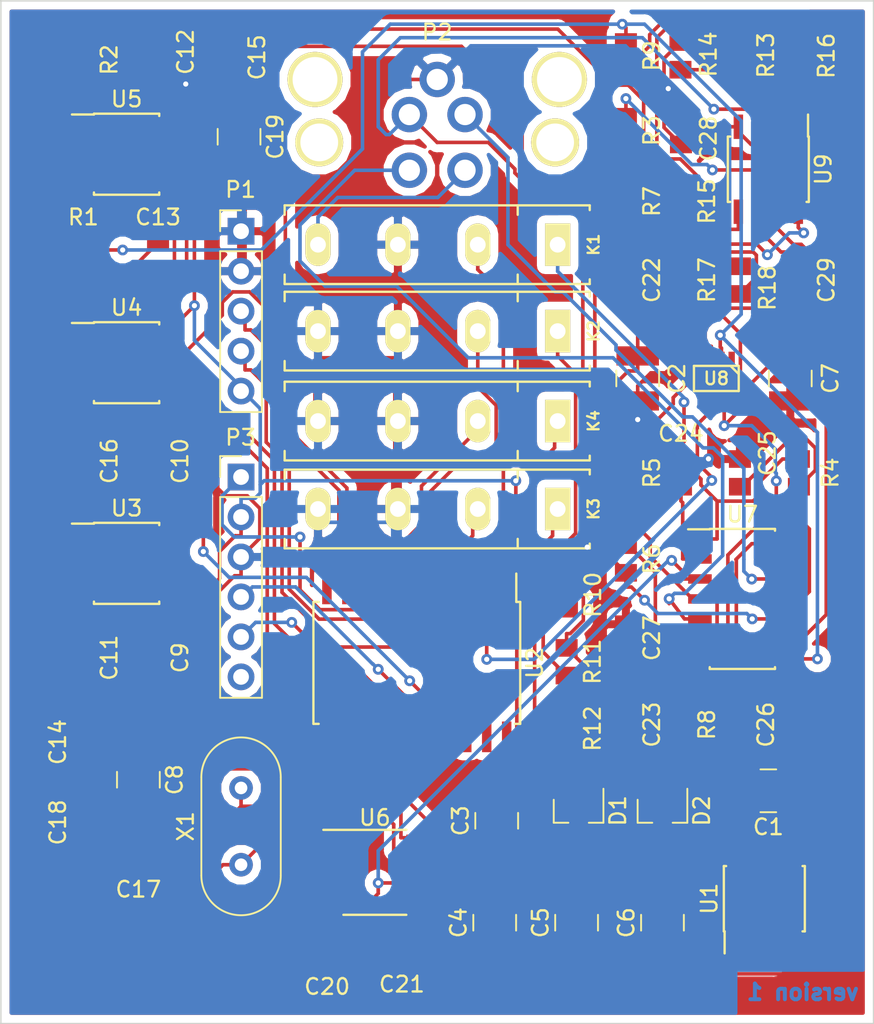
<source format=kicad_pcb>
(kicad_pcb (version 20171130) (host pcbnew 5.0.0-rc2+dfsg1-3)
  (title_block (title "USB-Controlled Potentiostat/Galvanostat") (date 2018-06-30) (rev 1) (company "GPLv3-Licensed Hardware Design") (comment 1 "based on the TDSTATv3 design by Thomas Dobbelaere") (comment 2 "Author: Matthew Yates"))
  (layers (0 F.Cu signal hide) (31 B.Cu signal hide) (35 F.Paste user hide) (36 B.SilkS user hide) (37 F.SilkS user) (38 B.Mask user hide) (39 F.Mask user) (44 Edge.Cuts user))
  (net 0 "")
  (net 1 +5V)
  (net 2 GND)
  (net 3 +9V)
  (net 4 "Net-(C3-Pad1)")
  (net 5 "Net-(C3-Pad2)")
  (net 6 "Net-(C4-Pad2)")
  (net 7 "Net-(C5-Pad2)")
  (net 8 "Net-(C6-Pad2)")
  (net 9 -9V)
  (net 10 "Net-(C10-Pad1)")
  (net 11 /VREF)
  (net 12 "Net-(C13-Pad1)")
  (net 13 "Net-(C15-Pad1)")
  (net 14 "Net-(C17-Pad1)")
  (net 15 "Net-(C18-Pad1)")
  (net 16 "Net-(C20-Pad1)")
  (net 17 "Net-(C20-Pad2)")
  (net 18 "Net-(C21-Pad1)")
  (net 19 "Net-(C24-Pad1)")
  (net 20 "Net-(C24-Pad2)")
  (net 21 "Net-(C25-Pad1)")
  (net 22 /V_MEAS)
  (net 23 "Net-(C26-Pad1)")
  (net 24 "Net-(C29-Pad1)")
  (net 25 /I_MEAS)
  (net 26 /WE)
  (net 27 /CELL_ON)
  (net 28 "Net-(K2-Pad1)")
  (net 29 /RANGE1)
  (net 30 "Net-(K3-Pad1)")
  (net 31 /RANGE2)
  (net 32 /RANGE3)
  (net 33 "Net-(K4-Pad1)")
  (net 34 /USB_D+)
  (net 35 /USB_D-)
  (net 36 /SE)
  (net 37 /CE)
  (net 38 /RE)
  (net 39 /MCLR)
  (net 40 /ICSPDAT)
  (net 41 /ICSPCLK)
  (net 42 "Net-(P3-Pad6)")
  (net 43 "Net-(R5-Pad2)")
  (net 44 "Net-(R6-Pad2)")
  (net 45 "Net-(R6-Pad1)")
  (net 46 "Net-(R8-Pad2)")
  (net 47 "Net-(R13-Pad2)")
  (net 48 "Net-(R13-Pad1)")
  (net 49 "Net-(R15-Pad2)")
  (net 50 "Net-(U1-Pad7)")
  (net 51 /MODE_SW)
  (net 52 "Net-(U2-Pad7)")
  (net 53 /SDIO2)
  (net 54 /CS2)
  (net 55 /CS1)
  (net 56 /SCK)
  (net 57 /SDIO)
  (net 58 "Net-(U2-Pad14)")
  (net 59 "Net-(U3-Pad1)")
  (net 60 "Net-(U3-Pad3)")
  (net 61 "Net-(U3-Pad5)")
  (net 62 "Net-(U3-Pad7)")
  (net 63 "Net-(U3-Pad8)")
  (net 64 "Net-(U5-Pad4)")
  (net 65 "Net-(U6-Pad6)")
  (net 66 "Net-(U6-Pad7)")
  (net 67 "Net-(U6-Pad8)")
  (net 68 "Net-(U8-Pad5)")
  (module my_footprints:T4145035041-001 (layer F.Cu) (at 77.75 59 180)
    (fp_text reference P2 (at 0 7 180) (layer F.SilkS))
    (fp_text value CELL)
    (pad 5 thru_hole circle (at 0 4 180) (size 2.25 2.25) (drill 1.35) (layers *.Cu *.Mask) (net 2 GND))
    (pad "" np_thru_hole circle (at -7.77 4 180) (size 3.5 3.5) (drill 2.85) (layers *.Cu *.Mask F.SilkS))
    (pad "" np_thru_hole circle (at 7.77 4 180) (size 3.5 3.5) (drill 2.85) (layers *.Cu *.Mask F.SilkS))
    (pad "" np_thru_hole circle (at 7.5 0 180) (size 3.05 3.05) (drill 2.4) (layers *.Cu *.Mask F.SilkS))
    (pad "" np_thru_hole circle (at -7.5 0 180) (size 3.05 3.05) (drill 2.4) (layers *.Cu *.Mask F.SilkS))
    (pad 4 thru_hole circle (at -1.77 1.77 180) (size 2.25 2.25) (drill 1.35) (layers *.Cu *.Mask) (net 38 /RE))
    (pad 3 thru_hole circle (at 1.77 1.77 180) (size 2.25 2.25) (drill 1.35) (layers *.Cu *.Mask) (net 37 /CE))
    (pad 2 thru_hole circle (at 1.77 -1.77 180) (size 2.25 2.25) (drill 1.35) (layers *.Cu *.Mask) (net 36 /SE))
    (pad 1 thru_hole circle (at -1.77 -1.77 180) (size 2.25 2.25) (drill 1.35) (layers *.Cu *.Mask) (net 26 /WE))
  )
  (module my_footprints:RELAY-9007 (layer F.Cu) (at 75.25 82.296 180)
    (fp_text reference K3 (at -12.446 0 270) (layer F.SilkS) (effects (font (size 0.7 0.7))))
    (fp_text value 9007-05-01)
    (pad 4 thru_hole oval (at 5.08 0 270) (size 2.7 1.6) (drill 1) (layers *.Cu *.Mask F.SilkS) (net 2 GND))
    (pad 3 thru_hole oval (at 0 0 270) (size 2.7 1.6) (drill 1) (layers *.Cu *.Mask F.SilkS) (net 2 GND))
    (pad 2 thru_hole oval (at -5.08 0 270) (size 2.7 1.6) (drill 1) (layers *.Cu *.Mask F.SilkS) (net 31 /RANGE2))
    (pad 1 thru_hole rect (at -10.16 0 270) (size 2.7 1.6) (drill 1) (layers *.Cu *.Mask F.SilkS) (net 30 "Net-(K3-Pad1)"))
  )
  (module Resistor_SMD:R_0805_2012Metric (layer F.Cu) (at 93.25 67.75 270)
    (fp_text reference R17 (at 0 -1.65 270) (layer F.SilkS))
    (fp_text value 75k* hide)
    (pad 2 smd rect (at 0.88 0 270) (size 1.12 1.4) (layers F.Cu F.Paste F.Mask) (net 25 /I_MEAS))
    (pad 1 smd rect (at -0.88 0 270) (size 1.12 1.4) (layers F.Cu F.Paste F.Mask) (net 24 "Net-(C29-Pad1)"))
  )
  (module Capacitor_SMD:C_1210_3225Metric (layer F.Cu) (at 98.806 100.203 180)
    (fp_text reference C1 (at 0 -2.3 180) (layer F.SilkS))
    (fp_text value "10 µF" hide)
    (pad 2 smd rect (at 1.43 0 180) (size 1.22 2.7) (layers F.Cu F.Paste F.Mask) (net 2 GND))
    (pad 1 smd rect (at -1.43 0 180) (size 1.22 2.7) (layers F.Cu F.Paste F.Mask) (net 1 +5V))
  )
  (module Capacitor_SMD:C_1210_3225Metric (layer F.Cu) (at 90.5 74 270)
    (fp_text reference C2 (at 0 -2.5 270) (layer F.SilkS))
    (fp_text value "10 µF" hide)
    (pad 2 smd rect (at 1.43 0 270) (size 1.22 2.7) (layers F.Cu F.Paste F.Mask) (net 2 GND))
    (pad 1 smd rect (at -1.43 0 270) (size 1.22 2.7) (layers F.Cu F.Paste F.Mask) (net 3 +9V))
  )
  (module Capacitor_SMD:C_1210_3225Metric (layer F.Cu) (at 81.534 102.108 90)
    (fp_text reference C3 (at 0 -2.3 90) (layer F.SilkS))
    (fp_text value "10 µF" hide)
    (pad 2 smd rect (at 1.43 0 90) (size 1.22 2.7) (layers F.Cu F.Paste F.Mask) (net 5 "Net-(C3-Pad2)"))
    (pad 1 smd rect (at -1.43 0 90) (size 1.22 2.7) (layers F.Cu F.Paste F.Mask) (net 4 "Net-(C3-Pad1)"))
  )
  (module Capacitor_SMD:C_1210_3225Metric (layer F.Cu) (at 81.407 108.585 90)
    (fp_text reference C4 (at 0 -2.3 90) (layer F.SilkS))
    (fp_text value "10 µF" hide)
    (pad 2 smd rect (at 1.43 0 90) (size 1.22 2.7) (layers F.Cu F.Paste F.Mask) (net 6 "Net-(C4-Pad2)"))
    (pad 1 smd rect (at -1.43 0 90) (size 1.22 2.7) (layers F.Cu F.Paste F.Mask) (net 5 "Net-(C3-Pad2)"))
  )
  (module Capacitor_SMD:C_1210_3225Metric (layer F.Cu) (at 86.614 108.585 90)
    (fp_text reference C5 (at 0 -2.3 90) (layer F.SilkS))
    (fp_text value "10 µF" hide)
    (pad 2 smd rect (at 1.43 0 90) (size 1.22 2.7) (layers F.Cu F.Paste F.Mask) (net 7 "Net-(C5-Pad2)"))
    (pad 1 smd rect (at -1.43 0 90) (size 1.22 2.7) (layers F.Cu F.Paste F.Mask) (net 2 GND))
  )
  (module Capacitor_SMD:C_1210_3225Metric (layer F.Cu) (at 92.075 108.585 90)
    (fp_text reference C6 (at 0 -2.3 90) (layer F.SilkS))
    (fp_text value "10 µF" hide)
    (pad 2 smd rect (at 1.43 0 90) (size 1.22 2.7) (layers F.Cu F.Paste F.Mask) (net 8 "Net-(C6-Pad2)"))
    (pad 1 smd rect (at -1.43 0 90) (size 1.22 2.7) (layers F.Cu F.Paste F.Mask) (net 6 "Net-(C4-Pad2)"))
  )
  (module Capacitor_SMD:C_1210_3225Metric (layer F.Cu) (at 100.203 74 90)
    (fp_text reference C7 (at 0 2.547 90) (layer F.SilkS))
    (fp_text value "10 µF" hide)
    (pad 2 smd rect (at 1.43 0 90) (size 1.22 2.7) (layers F.Cu F.Paste F.Mask) (net 9 -9V))
    (pad 1 smd rect (at -1.43 0 90) (size 1.22 2.7) (layers F.Cu F.Paste F.Mask) (net 2 GND))
  )
  (module Capacitor_SMD:C_1210_3225Metric (layer F.Cu) (at 58.75 99.5 270)
    (fp_text reference C8 (at 0 -2.3 270) (layer F.SilkS))
    (fp_text value "10 µF" hide)
    (pad 2 smd rect (at 1.43 0 270) (size 1.22 2.7) (layers F.Cu F.Paste F.Mask) (net 2 GND))
    (pad 1 smd rect (at -1.43 0 270) (size 1.22 2.7) (layers F.Cu F.Paste F.Mask) (net 1 +5V))
  )
  (module Capacitor_SMD:C_0805_2012Metric (layer F.Cu) (at 59.75 91.75 270)
    (fp_text reference C9 (at 0 -1.65 270) (layer F.SilkS))
    (fp_text value "0.1 µF" hide)
    (pad 2 smd rect (at 0.88 0 270) (size 1.12 1.4) (layers F.Cu F.Paste F.Mask) (net 2 GND))
    (pad 1 smd rect (at -0.88 0 270) (size 1.12 1.4) (layers F.Cu F.Paste F.Mask) (net 1 +5V))
  )
  (module Capacitor_SMD:C_0805_2012Metric (layer F.Cu) (at 59.75 79.25 270)
    (fp_text reference C10 (at 0 -1.65 270) (layer F.SilkS))
    (fp_text value "0.1 µF" hide)
    (pad 2 smd rect (at 0.88 0 270) (size 1.12 1.4) (layers F.Cu F.Paste F.Mask) (net 2 GND))
    (pad 1 smd rect (at -0.88 0 270) (size 1.12 1.4) (layers F.Cu F.Paste F.Mask) (net 10 "Net-(C10-Pad1)"))
  )
  (module Capacitor_SMD:C_0805_2012Metric (layer F.Cu) (at 55.245 91.75 270)
    (fp_text reference C11 (at 0 -1.65 270) (layer F.SilkS))
    (fp_text value "0.1 µF" hide)
    (pad 2 smd rect (at 0.88 0 270) (size 1.12 1.4) (layers F.Cu F.Paste F.Mask) (net 2 GND))
    (pad 1 smd rect (at -0.88 0 270) (size 1.12 1.4) (layers F.Cu F.Paste F.Mask) (net 1 +5V))
  )
  (module Capacitor_SMD:C_0805_2012Metric (layer F.Cu) (at 60 53.75 270)
    (fp_text reference C12 (at -0.5 -1.75 270) (layer F.SilkS))
    (fp_text value "0.1 µF" hide)
    (pad 2 smd rect (at 0.88 0 270) (size 1.12 1.4) (layers F.Cu F.Paste F.Mask) (net 2 GND))
    (pad 1 smd rect (at -0.88 0 270) (size 1.12 1.4) (layers F.Cu F.Paste F.Mask) (net 11 /VREF))
  )
  (module Capacitor_SMD:C_0805_2012Metric (layer F.Cu) (at 60 66.25 270)
    (fp_text reference C13 (at -2.5 0) (layer F.SilkS))
    (fp_text value "0.1 µF" hide)
    (pad 2 smd rect (at 0.88 0 270) (size 1.12 1.4) (layers F.Cu F.Paste F.Mask) (net 2 GND))
    (pad 1 smd rect (at -0.88 0 270) (size 1.12 1.4) (layers F.Cu F.Paste F.Mask) (net 12 "Net-(C13-Pad1)"))
  )
  (module Capacitor_SMD:C_0805_2012Metric (layer F.Cu) (at 55.25 97 270)
    (fp_text reference C14 (at 0.107 1.622 270) (layer F.SilkS))
    (fp_text value "0.1 µF" hide)
    (pad 2 smd rect (at 0.88 0 270) (size 1.12 1.4) (layers F.Cu F.Paste F.Mask) (net 2 GND))
    (pad 1 smd rect (at -0.88 0 270) (size 1.12 1.4) (layers F.Cu F.Paste F.Mask) (net 1 +5V))
  )
  (module Capacitor_SMD:C_0805_2012Metric (layer F.Cu) (at 64.643 53.594 270)
    (fp_text reference C15 (at 0 -1.65 270) (layer F.SilkS))
    (fp_text value "0.1 µF" hide)
    (pad 2 smd rect (at 0.88 0 270) (size 1.12 1.4) (layers F.Cu F.Paste F.Mask) (net 2 GND))
    (pad 1 smd rect (at -0.88 0 270) (size 1.12 1.4) (layers F.Cu F.Paste F.Mask) (net 13 "Net-(C15-Pad1)"))
  )
  (module Capacitor_SMD:C_0805_2012Metric (layer F.Cu) (at 55.25 79.25 270)
    (fp_text reference C16 (at 0 -1.65 270) (layer F.SilkS))
    (fp_text value "0.1 µF" hide)
    (pad 2 smd rect (at 0.88 0 270) (size 1.12 1.4) (layers F.Cu F.Paste F.Mask) (net 2 GND))
    (pad 1 smd rect (at -0.88 0 270) (size 1.12 1.4) (layers F.Cu F.Paste F.Mask) (net 1 +5V))
  )
  (module Capacitor_SMD:C_0805_2012Metric (layer F.Cu) (at 58.75 108.5 180)
    (fp_text reference C17 (at 0 2.032 180) (layer F.SilkS))
    (fp_text value "12 pF" hide)
    (pad 2 smd rect (at 0.88 0 180) (size 1.12 1.4) (layers F.Cu F.Paste F.Mask) (net 2 GND))
    (pad 1 smd rect (at -0.88 0 180) (size 1.12 1.4) (layers F.Cu F.Paste F.Mask) (net 14 "Net-(C17-Pad1)"))
  )
  (module Capacitor_SMD:C_0805_2012Metric (layer F.Cu) (at 55.25 102.25 90)
    (fp_text reference C18 (at 0.037 -1.622 90) (layer F.SilkS))
    (fp_text value "12 pF" hide)
    (pad 2 smd rect (at 0.88 0 90) (size 1.12 1.4) (layers F.Cu F.Paste F.Mask) (net 2 GND))
    (pad 1 smd rect (at -0.88 0 90) (size 1.12 1.4) (layers F.Cu F.Paste F.Mask) (net 15 "Net-(C18-Pad1)"))
  )
  (module Capacitor_SMD:C_1210_3225Metric (layer F.Cu) (at 65.151 58.641 270)
    (fp_text reference C19 (at 0 -2.3 270) (layer F.SilkS))
    (fp_text value "10 µF" hide)
    (pad 2 smd rect (at 1.43 0 270) (size 1.22 2.7) (layers F.Cu F.Paste F.Mask) (net 2 GND))
    (pad 1 smd rect (at -1.43 0 270) (size 1.22 2.7) (layers F.Cu F.Paste F.Mask) (net 1 +5V))
  )
  (module Capacitor_SMD:C_0805_2012Metric (layer F.Cu) (at 70.75 111 180)
    (fp_text reference C20 (at 0 -1.65 180) (layer F.SilkS))
    (fp_text value "3.3 nF" hide)
    (pad 2 smd rect (at 0.88 0 180) (size 1.12 1.4) (layers F.Cu F.Paste F.Mask) (net 17 "Net-(C20-Pad2)"))
    (pad 1 smd rect (at -0.88 0 180) (size 1.12 1.4) (layers F.Cu F.Paste F.Mask) (net 16 "Net-(C20-Pad1)"))
  )
  (module Capacitor_SMD:C_0805_2012Metric (layer F.Cu) (at 75.5 111)
    (fp_text reference C21 (at 0 1.5) (layer F.SilkS))
    (fp_text value "10 nF" hide)
    (pad 2 smd rect (at 0.88 0) (size 1.12 1.4) (layers F.Cu F.Paste F.Mask) (net 11 /VREF))
    (pad 1 smd rect (at -0.88 0) (size 1.12 1.4) (layers F.Cu F.Paste F.Mask) (net 18 "Net-(C21-Pad1)"))
  )
  (module Capacitor_SMD:C_0805_2012Metric (layer F.Cu) (at 89.75 67.75 270)
    (fp_text reference C22 (at 0 -1.65 270) (layer F.SilkS))
    (fp_text value "0.1 µF" hide)
    (pad 2 smd rect (at 0.88 0 270) (size 1.12 1.4) (layers F.Cu F.Paste F.Mask) (net 3 +9V))
    (pad 1 smd rect (at -0.88 0 270) (size 1.12 1.4) (layers F.Cu F.Paste F.Mask) (net 2 GND))
  )
  (module Capacitor_SMD:C_0805_2012Metric (layer F.Cu) (at 89.75 96 270)
    (fp_text reference C23 (at 0 -1.65 270) (layer F.SilkS))
    (fp_text value "0.1 µF" hide)
    (pad 2 smd rect (at 0.88 0 270) (size 1.12 1.4) (layers F.Cu F.Paste F.Mask) (net 2 GND))
    (pad 1 smd rect (at -0.88 0 270) (size 1.12 1.4) (layers F.Cu F.Paste F.Mask) (net 9 -9V))
  )
  (module Capacitor_SMD:C_0805_2012Metric (layer F.Cu) (at 93.25 80 270)
    (fp_text reference C24 (at -2.5 0) (layer F.SilkS))
    (fp_text value "4700 pF" hide)
    (pad 2 smd rect (at 0.88 0 270) (size 1.12 1.4) (layers F.Cu F.Paste F.Mask) (net 20 "Net-(C24-Pad2)"))
    (pad 1 smd rect (at -0.88 0 270) (size 1.12 1.4) (layers F.Cu F.Paste F.Mask) (net 19 "Net-(C24-Pad1)"))
  )
  (module Capacitor_SMD:C_0805_2012Metric (layer F.Cu) (at 97 80 90)
    (fp_text reference C25 (at 1.25 1.75 90) (layer F.SilkS))
    (fp_text value "0.1 µF" hide)
    (pad 2 smd rect (at 0.88 0 90) (size 1.12 1.4) (layers F.Cu F.Paste F.Mask) (net 2 GND))
    (pad 1 smd rect (at -0.88 0 90) (size 1.12 1.4) (layers F.Cu F.Paste F.Mask) (net 21 "Net-(C25-Pad1)"))
  )
  (module Capacitor_SMD:C_0805_2012Metric (layer F.Cu) (at 97 96 270)
    (fp_text reference C26 (at 0 -1.65 270) (layer F.SilkS))
    (fp_text value "12 pF" hide)
    (pad 2 smd rect (at 0.88 0 270) (size 1.12 1.4) (layers F.Cu F.Paste F.Mask) (net 22 /V_MEAS))
    (pad 1 smd rect (at -0.88 0 270) (size 1.12 1.4) (layers F.Cu F.Paste F.Mask) (net 23 "Net-(C26-Pad1)"))
  )
  (module Capacitor_SMD:C_0805_2012Metric (layer F.Cu) (at 89.75 90.5 270)
    (fp_text reference C27 (at 0 -1.65 270) (layer F.SilkS))
    (fp_text value "0.1 µF" hide)
    (pad 2 smd rect (at 0.88 0 270) (size 1.12 1.4) (layers F.Cu F.Paste F.Mask) (net 3 +9V))
    (pad 1 smd rect (at -0.88 0 270) (size 1.12 1.4) (layers F.Cu F.Paste F.Mask) (net 2 GND))
  )
  (module Capacitor_SMD:C_0805_2012Metric (layer F.Cu) (at 93.25 58.25 270)
    (fp_text reference C28 (at 0.5 -1.75 270) (layer F.SilkS))
    (fp_text value "0.1 µF" hide)
    (pad 2 smd rect (at 0.88 0 270) (size 1.12 1.4) (layers F.Cu F.Paste F.Mask) (net 2 GND))
    (pad 1 smd rect (at -0.88 0 270) (size 1.12 1.4) (layers F.Cu F.Paste F.Mask) (net 9 -9V))
  )
  (module Capacitor_SMD:C_0805_2012Metric (layer F.Cu) (at 100.5 67.75 270)
    (fp_text reference C29 (at 0 -2 270) (layer F.SilkS))
    (fp_text value "12 pF" hide)
    (pad 2 smd rect (at 0.88 0 270) (size 1.12 1.4) (layers F.Cu F.Paste F.Mask) (net 25 /I_MEAS))
    (pad 1 smd rect (at -0.88 0 270) (size 1.12 1.4) (layers F.Cu F.Paste F.Mask) (net 24 "Net-(C29-Pad1)"))
  )
  (module Package_TO_SOT_SMD:SOT-23 (layer F.Cu) (at 86.741 101.473 270)
    (fp_text reference D1 (at 0 -2.5 270) (layer F.SilkS))
    (fp_text value BAT721S hide)
    (pad 3 smd rect (at 1 0 270) (size 0.9 0.8) (layers F.Cu F.Paste F.Mask) (net 4 "Net-(C3-Pad1)"))
    (pad 2 smd rect (at -1 0.95 270) (size 0.9 0.8) (layers F.Cu F.Paste F.Mask) (net 3 +9V))
    (pad 1 smd rect (at -1 -0.95 270) (size 0.9 0.8) (layers F.Cu F.Paste F.Mask) (net 1 +5V))
  )
  (module Package_TO_SOT_SMD:SOT-23 (layer F.Cu) (at 92.075 101.473 270)
    (fp_text reference D2 (at 0 -2.5 270) (layer F.SilkS))
    (fp_text value BAT721S hide)
    (pad 3 smd rect (at 1 0 270) (size 0.9 0.8) (layers F.Cu F.Paste F.Mask) (net 8 "Net-(C6-Pad2)"))
    (pad 2 smd rect (at -1 0.95 270) (size 0.9 0.8) (layers F.Cu F.Paste F.Mask) (net 7 "Net-(C5-Pad2)"))
    (pad 1 smd rect (at -1 -0.95 270) (size 0.9 0.8) (layers F.Cu F.Paste F.Mask) (net 9 -9V))
  )
  (module my_footprints:RELAY-9007 (layer F.Cu) (at 75.25 65.5 180)
    (fp_text reference K1 (at -12.446 0 270) (layer F.SilkS) (effects (font (size 0.7 0.7))))
    (fp_text value 9007-05-01)
    (pad 4 thru_hole oval (at 5.08 0 270) (size 2.7 1.6) (drill 1) (layers *.Cu *.Mask F.SilkS) (net 26 /WE))
    (pad 3 thru_hole oval (at 0 0 270) (size 2.7 1.6) (drill 1) (layers *.Cu *.Mask F.SilkS) (net 2 GND))
    (pad 2 thru_hole oval (at -5.08 0 270) (size 2.7 1.6) (drill 1) (layers *.Cu *.Mask F.SilkS) (net 27 /CELL_ON))
    (pad 1 thru_hole rect (at -10.16 0 270) (size 2.7 1.6) (drill 1) (layers *.Cu *.Mask F.SilkS) (net 19 "Net-(C24-Pad1)"))
  )
  (module my_footprints:RELAY-9007 (layer F.Cu) (at 75.25 70.993 180)
    (fp_text reference K2 (at -12.446 0 270) (layer F.SilkS) (effects (font (size 0.7 0.7))))
    (fp_text value 9007-05-01)
    (pad 4 thru_hole oval (at 5.08 0 270) (size 2.7 1.6) (drill 1) (layers *.Cu *.Mask F.SilkS) (net 2 GND))
    (pad 3 thru_hole oval (at 0 0 270) (size 2.7 1.6) (drill 1) (layers *.Cu *.Mask F.SilkS) (net 2 GND))
    (pad 2 thru_hole oval (at -5.08 0 270) (size 2.7 1.6) (drill 1) (layers *.Cu *.Mask F.SilkS) (net 29 /RANGE1))
    (pad 1 thru_hole rect (at -10.16 0 270) (size 2.7 1.6) (drill 1) (layers *.Cu *.Mask F.SilkS) (net 28 "Net-(K2-Pad1)"))
  )
  (module my_footprints:RELAY-9007 (layer F.Cu) (at 75.25 76.708 180)
    (fp_text reference K4 (at -12.446 0 270) (layer F.SilkS) (effects (font (size 0.7 0.7))))
    (fp_text value 9007-05-01)
    (pad 4 thru_hole oval (at 5.08 0 270) (size 2.7 1.6) (drill 1) (layers *.Cu *.Mask F.SilkS) (net 2 GND))
    (pad 3 thru_hole oval (at 0 0 270) (size 2.7 1.6) (drill 1) (layers *.Cu *.Mask F.SilkS) (net 2 GND))
    (pad 2 thru_hole oval (at -5.08 0 270) (size 2.7 1.6) (drill 1) (layers *.Cu *.Mask F.SilkS) (net 32 /RANGE3))
    (pad 1 thru_hole rect (at -10.16 0 270) (size 2.7 1.6) (drill 1) (layers *.Cu *.Mask F.SilkS) (net 33 "Net-(K4-Pad1)"))
  )
  (module my_footprints:PinHeader_1x05_P2.54mm_Vertical (layer F.Cu) (at 65.278 64.643)
    (fp_text reference P1 (at -0.032 -2.643) (layer F.SilkS))
    (fp_text value "USB Terminal")
    (pad 1 thru_hole oval (at 0 10.16) (size 1.7 1.7) (drill 1) (layers *.Cu *.Mask) (net 1 +5V))
    (pad 2 thru_hole oval (at 0 7.62) (size 1.7 1.7) (drill 1) (layers *.Cu *.Mask) (net 35 /USB_D-))
    (pad 3 thru_hole oval (at 0 5.08) (size 1.7 1.7) (drill 1) (layers *.Cu *.Mask) (net 34 /USB_D+))
    (pad 4 thru_hole oval (at 0 2.54) (size 1.7 1.7) (drill 1) (layers *.Cu *.Mask) (net 2 GND))
    (pad 5 thru_hole rect (at 0 0) (size 1.7 1.7) (drill 1) (layers *.Cu *.Mask) (net 2 GND))
  )
  (module Connector_PinHeader_2.54mm:PinHeader_1x06_P2.54mm_Vertical (layer F.Cu) (at 65.278 80.264)
    (fp_text reference P3 (at -0.028 -2.514) (layer F.SilkS))
    (fp_text value ICSP)
    (pad 6 thru_hole oval (at 0 12.7) (size 1.7 1.7) (drill 1) (layers *.Cu *.Mask) (net 42 "Net-(P3-Pad6)"))
    (pad 5 thru_hole oval (at 0 10.16) (size 1.7 1.7) (drill 1) (layers *.Cu *.Mask) (net 41 /ICSPCLK))
    (pad 4 thru_hole oval (at 0 7.62) (size 1.7 1.7) (drill 1) (layers *.Cu *.Mask) (net 40 /ICSPDAT))
    (pad 3 thru_hole oval (at 0 5.08) (size 1.7 1.7) (drill 1) (layers *.Cu *.Mask) (net 2 GND))
    (pad 2 thru_hole oval (at 0 2.54) (size 1.7 1.7) (drill 1) (layers *.Cu *.Mask) (net 1 +5V))
    (pad 1 thru_hole rect (at 0 0) (size 1.7 1.7) (drill 1) (layers *.Cu *.Mask) (net 39 /MCLR))
  )
  (module Resistor_SMD:R_0805_2012Metric (layer F.Cu) (at 55.245 66.25 270)
    (fp_text reference R1 (at -2.5 -0.005) (layer F.SilkS))
    (fp_text value 1k hide)
    (pad 2 smd rect (at 0.88 0 270) (size 1.12 1.4) (layers F.Cu F.Paste F.Mask) (net 12 "Net-(C13-Pad1)"))
    (pad 1 smd rect (at -0.88 0 270) (size 1.12 1.4) (layers F.Cu F.Paste F.Mask) (net 22 /V_MEAS))
  )
  (module Resistor_SMD:R_0805_2012Metric (layer F.Cu) (at 55.25 53.75 270)
    (fp_text reference R2 (at 0 -1.65 270) (layer F.SilkS))
    (fp_text value 10k hide)
    (pad 2 smd rect (at 0.88 0 270) (size 1.12 1.4) (layers F.Cu F.Paste F.Mask) (net 2 GND))
    (pad 1 smd rect (at -0.88 0 270) (size 1.12 1.4) (layers F.Cu F.Paste F.Mask) (net 11 /VREF))
  )
  (module Resistor_SMD:R_0805_2012Metric (layer F.Cu) (at 89.75 58.25 270)
    (fp_text reference R3 (at 0 -1.65 270) (layer F.SilkS))
    (fp_text value 1k hide)
    (pad 2 smd rect (at 0.88 0 270) (size 1.12 1.4) (layers F.Cu F.Paste F.Mask) (net 13 "Net-(C15-Pad1)"))
    (pad 1 smd rect (at -0.88 0 270) (size 1.12 1.4) (layers F.Cu F.Paste F.Mask) (net 25 /I_MEAS))
  )
  (module Resistor_SMD:R_0805_2012Metric (layer F.Cu) (at 100.75 80 270)
    (fp_text reference R4 (at 0 -2 270) (layer F.SilkS))
    (fp_text value 27R hide)
    (pad 2 smd rect (at 0.88 0 270) (size 1.12 1.4) (layers F.Cu F.Paste F.Mask) (net 21 "Net-(C25-Pad1)"))
    (pad 1 smd rect (at -0.88 0 270) (size 1.12 1.4) (layers F.Cu F.Paste F.Mask) (net 19 "Net-(C24-Pad1)"))
  )
  (module Resistor_SMD:R_0805_2012Metric (layer F.Cu) (at 89.75 80 270)
    (fp_text reference R5 (at 0 -1.65 270) (layer F.SilkS))
    (fp_text value 10k hide)
    (pad 2 smd rect (at 0.88 0 270) (size 1.12 1.4) (layers F.Cu F.Paste F.Mask) (net 43 "Net-(R5-Pad2)"))
    (pad 1 smd rect (at -0.88 0 270) (size 1.12 1.4) (layers F.Cu F.Paste F.Mask) (net 20 "Net-(C24-Pad2)"))
  )
  (module Resistor_SMD:R_0805_2012Metric (layer F.Cu) (at 89.75 85.471 270)
    (fp_text reference R6 (at 0 -1.65 270) (layer F.SilkS))
    (fp_text value 240k* hide)
    (pad 2 smd rect (at 0.88 0 270) (size 1.12 1.4) (layers F.Cu F.Paste F.Mask) (net 44 "Net-(R6-Pad2)"))
    (pad 1 smd rect (at -0.88 0 270) (size 1.12 1.4) (layers F.Cu F.Paste F.Mask) (net 45 "Net-(R6-Pad1)"))
  )
  (module Resistor_SMD:R_0805_2012Metric (layer F.Cu) (at 89.75 62.75 270)
    (fp_text reference R7 (at 0 -1.65 270) (layer F.SilkS))
    (fp_text value 75k* hide)
    (pad 2 smd rect (at 0.88 0 270) (size 1.12 1.4) (layers F.Cu F.Paste F.Mask) (net 11 /VREF))
    (pad 1 smd rect (at -0.88 0 270) (size 1.12 1.4) (layers F.Cu F.Paste F.Mask) (net 44 "Net-(R6-Pad2)"))
  )
  (module Resistor_SMD:R_0805_2012Metric (layer F.Cu) (at 93.25 96 270)
    (fp_text reference R8 (at 0 -1.65 270) (layer F.SilkS))
    (fp_text value 240k* hide)
    (pad 2 smd rect (at 0.88 0 270) (size 1.12 1.4) (layers F.Cu F.Paste F.Mask) (net 46 "Net-(R8-Pad2)"))
    (pad 1 smd rect (at -0.88 0 270) (size 1.12 1.4) (layers F.Cu F.Paste F.Mask) (net 23 "Net-(C26-Pad1)"))
  )
  (module Resistor_SMD:R_0805_2012Metric (layer F.Cu) (at 89.75 53.5 270)
    (fp_text reference R9 (at 0 -1.65 270) (layer F.SilkS))
    (fp_text value 75k* hide)
    (pad 2 smd rect (at 0.88 0 270) (size 1.12 1.4) (layers F.Cu F.Paste F.Mask) (net 23 "Net-(C26-Pad1)"))
    (pad 1 smd rect (at -0.88 0 270) (size 1.12 1.4) (layers F.Cu F.Paste F.Mask) (net 22 /V_MEAS))
  )
  (module Resistor_SMD:R_0805_2012Metric (layer F.Cu) (at 86 87.75 270)
    (fp_text reference R10 (at 0 -1.65 270) (layer F.SilkS))
    (fp_text value 10R* hide)
    (pad 2 smd rect (at 0.88 0 270) (size 1.12 1.4) (layers F.Cu F.Paste F.Mask) (net 28 "Net-(K2-Pad1)"))
    (pad 1 smd rect (at -0.88 0 270) (size 1.12 1.4) (layers F.Cu F.Paste F.Mask) (net 37 /CE))
  )
  (module Resistor_SMD:R_0805_2012Metric (layer F.Cu) (at 85.979 92 270)
    (fp_text reference R11 (at 0 -1.65 270) (layer F.SilkS))
    (fp_text value 1k* hide)
    (pad 2 smd rect (at 0.88 0 270) (size 1.12 1.4) (layers F.Cu F.Paste F.Mask) (net 30 "Net-(K3-Pad1)"))
    (pad 1 smd rect (at -0.88 0 270) (size 1.12 1.4) (layers F.Cu F.Paste F.Mask) (net 37 /CE))
  )
  (module Resistor_SMD:R_0805_2012Metric (layer F.Cu) (at 85.979 96.25 270)
    (fp_text reference R12 (at 0 -1.65 270) (layer F.SilkS))
    (fp_text value 100k* hide)
    (pad 2 smd rect (at 0.88 0 270) (size 1.12 1.4) (layers F.Cu F.Paste F.Mask) (net 33 "Net-(K4-Pad1)"))
    (pad 1 smd rect (at -0.88 0 270) (size 1.12 1.4) (layers F.Cu F.Paste F.Mask) (net 37 /CE))
  )
  (module Resistor_SMD:R_0805_2012Metric (layer F.Cu) (at 97 53.467 270)
    (fp_text reference R13 (at 0 -1.65 270) (layer F.SilkS))
    (fp_text value 18k* hide)
    (pad 2 smd rect (at 0.88 0 270) (size 1.12 1.4) (layers F.Cu F.Paste F.Mask) (net 47 "Net-(R13-Pad2)"))
    (pad 1 smd rect (at -0.88 0 270) (size 1.12 1.4) (layers F.Cu F.Paste F.Mask) (net 48 "Net-(R13-Pad1)"))
  )
  (module Resistor_SMD:R_0805_2012Metric (layer F.Cu) (at 93.218 53.5 90)
    (fp_text reference R14 (at 0.094 1.782 90) (layer F.SilkS))
    (fp_text value 2k* hide)
    (pad 2 smd rect (at 0.88 0 90) (size 1.12 1.4) (layers F.Cu F.Paste F.Mask) (net 2 GND))
    (pad 1 smd rect (at -0.88 0 90) (size 1.12 1.4) (layers F.Cu F.Paste F.Mask) (net 48 "Net-(R13-Pad1)"))
  )
  (module Resistor_SMD:R_0805_2012Metric (layer F.Cu) (at 93.25 62.75 270)
    (fp_text reference R15 (at 0 -1.65 270) (layer F.SilkS))
    (fp_text value 75k* hide)
    (pad 2 smd rect (at 0.88 0 270) (size 1.12 1.4) (layers F.Cu F.Paste F.Mask) (net 49 "Net-(R15-Pad2)"))
    (pad 1 smd rect (at -0.88 0 270) (size 1.12 1.4) (layers F.Cu F.Paste F.Mask) (net 11 /VREF))
  )
  (module Resistor_SMD:R_0805_2012Metric (layer F.Cu) (at 100.5 53.5 90)
    (fp_text reference R16 (at 0 2 90) (layer F.SilkS))
    (fp_text value 75k* hide)
    (pad 2 smd rect (at 0.88 0 90) (size 1.12 1.4) (layers F.Cu F.Paste F.Mask) (net 49 "Net-(R15-Pad2)"))
    (pad 1 smd rect (at -0.88 0 90) (size 1.12 1.4) (layers F.Cu F.Paste F.Mask) (net 47 "Net-(R13-Pad2)"))
  )
  (module Resistor_SMD:R_0805_2012Metric (layer F.Cu) (at 97 67.75 270)
    (fp_text reference R18 (at 0.5 -1.75 270) (layer F.SilkS))
    (fp_text value 75k* hide)
    (pad 2 smd rect (at 0.88 0 270) (size 1.12 1.4) (layers F.Cu F.Paste F.Mask) (net 2 GND))
    (pad 1 smd rect (at -0.88 0 270) (size 1.12 1.4) (layers F.Cu F.Paste F.Mask) (net 24 "Net-(C29-Pad1)"))
  )
  (module Package_SO:SOIC-8_3.9x4.9mm_P1.27mm (layer F.Cu) (at 98.552 107.061 90)
    (fp_text reference U1 (at 0 -3.5 90) (layer F.SilkS))
    (fp_text value LM2662)
    (pad 8 smd rect (at 2.7 -1.905 90) (size 1.55 0.6) (layers F.Cu F.Paste F.Mask) (net 1 +5V))
    (pad 7 smd rect (at 2.7 -0.635 90) (size 1.55 0.6) (layers F.Cu F.Paste F.Mask) (net 50 "Net-(U1-Pad7)"))
    (pad 6 smd rect (at 2.7 0.635 90) (size 1.55 0.6) (layers F.Cu F.Paste F.Mask) (net 2 GND))
    (pad 5 smd rect (at 2.7 1.905 90) (size 1.55 0.6) (layers F.Cu F.Paste F.Mask) (net 7 "Net-(C5-Pad2)"))
    (pad 4 smd rect (at -2.7 1.905 90) (size 1.55 0.6) (layers F.Cu F.Paste F.Mask) (net 6 "Net-(C4-Pad2)"))
    (pad 3 smd rect (at -2.7 0.635 90) (size 1.55 0.6) (layers F.Cu F.Paste F.Mask) (net 2 GND))
    (pad 2 smd rect (at -2.7 -0.635 90) (size 1.55 0.6) (layers F.Cu F.Paste F.Mask) (net 5 "Net-(C3-Pad2)"))
    (pad 1 smd rect (at -2.7 -1.905 90) (size 1.55 0.6) (layers F.Cu F.Paste F.Mask) (net 1 +5V))
  )
  (module Package_SO:SOIC-20W_7.5x12.8mm_P1.27mm (layer F.Cu) (at 76.454 92.075 270)
    (fp_text reference U2 (at 0 -7.5 270) (layer F.SilkS))
    (fp_text value PIC16F1459)
    (pad 20 smd rect (at 4.7 -5.715 270) (size 1.95 0.6) (layers F.Cu F.Paste F.Mask) (net 2 GND))
    (pad 19 smd rect (at 4.7 -4.445 270) (size 1.95 0.6) (layers F.Cu F.Paste F.Mask) (net 34 /USB_D+))
    (pad 18 smd rect (at 4.7 -3.175 270) (size 1.95 0.6) (layers F.Cu F.Paste F.Mask) (net 35 /USB_D-))
    (pad 17 smd rect (at 4.7 -1.905 270) (size 1.95 0.6) (layers F.Cu F.Paste F.Mask) (net 10 "Net-(C10-Pad1)"))
    (pad 16 smd rect (at 4.7 -0.635 270) (size 1.95 0.6) (layers F.Cu F.Paste F.Mask) (net 40 /ICSPDAT))
    (pad 15 smd rect (at 4.7 0.635 270) (size 1.95 0.6) (layers F.Cu F.Paste F.Mask) (net 41 /ICSPCLK))
    (pad 14 smd rect (at 4.7 1.905 270) (size 1.95 0.6) (layers F.Cu F.Paste F.Mask) (net 58 "Net-(U2-Pad14)"))
    (pad 13 smd rect (at 4.7 3.175 270) (size 1.95 0.6) (layers F.Cu F.Paste F.Mask) (net 57 /SDIO))
    (pad 12 smd rect (at 4.7 4.445 270) (size 1.95 0.6) (layers F.Cu F.Paste F.Mask) (net 56 /SCK))
    (pad 11 smd rect (at 4.7 5.715 270) (size 1.95 0.6) (layers F.Cu F.Paste F.Mask) (net 55 /CS1))
    (pad 10 smd rect (at -4.7 5.715 270) (size 1.95 0.6) (layers F.Cu F.Paste F.Mask) (net 54 /CS2))
    (pad 9 smd rect (at -4.7 4.445 270) (size 1.95 0.6) (layers F.Cu F.Paste F.Mask) (net 53 /SDIO2))
    (pad 8 smd rect (at -4.7 3.175 270) (size 1.95 0.6) (layers F.Cu F.Paste F.Mask) (net 32 /RANGE3))
    (pad 7 smd rect (at -4.7 1.905 270) (size 1.95 0.6) (layers F.Cu F.Paste F.Mask) (net 52 "Net-(U2-Pad7)"))
    (pad 6 smd rect (at -4.7 0.635 270) (size 1.95 0.6) (layers F.Cu F.Paste F.Mask) (net 29 /RANGE1))
    (pad 5 smd rect (at -4.7 -0.635 270) (size 1.95 0.6) (layers F.Cu F.Paste F.Mask) (net 31 /RANGE2))
    (pad 4 smd rect (at -4.7 -1.905 270) (size 1.95 0.6) (layers F.Cu F.Paste F.Mask) (net 39 /MCLR))
    (pad 3 smd rect (at -4.7 -3.175 270) (size 1.95 0.6) (layers F.Cu F.Paste F.Mask) (net 27 /CELL_ON))
    (pad 2 smd rect (at -4.7 -4.445 270) (size 1.95 0.6) (layers F.Cu F.Paste F.Mask) (net 51 /MODE_SW))
    (pad 1 smd rect (at -4.7 -5.715 270) (size 1.95 0.6) (layers F.Cu F.Paste F.Mask) (net 1 +5V))
  )
  (module Package_SO:SOIC-8_3.9x4.9mm_P1.27mm (layer F.Cu) (at 58 85.75)
    (fp_text reference U3 (at 0 -3.5) (layer F.SilkS))
    (fp_text value ADR421)
    (pad 8 smd rect (at 2.7 -1.905) (size 1.55 0.6) (layers F.Cu F.Paste F.Mask) (net 63 "Net-(U3-Pad8)"))
    (pad 7 smd rect (at 2.7 -0.635) (size 1.55 0.6) (layers F.Cu F.Paste F.Mask) (net 62 "Net-(U3-Pad7)"))
    (pad 6 smd rect (at 2.7 0.635) (size 1.55 0.6) (layers F.Cu F.Paste F.Mask) (net 11 /VREF))
    (pad 5 smd rect (at 2.7 1.905) (size 1.55 0.6) (layers F.Cu F.Paste F.Mask) (net 61 "Net-(U3-Pad5)"))
    (pad 4 smd rect (at -2.7 1.905) (size 1.55 0.6) (layers F.Cu F.Paste F.Mask) (net 2 GND))
    (pad 3 smd rect (at -2.7 0.635) (size 1.55 0.6) (layers F.Cu F.Paste F.Mask) (net 60 "Net-(U3-Pad3)"))
    (pad 2 smd rect (at -2.7 -0.635) (size 1.55 0.6) (layers F.Cu F.Paste F.Mask) (net 1 +5V))
    (pad 1 smd rect (at -2.7 -1.905) (size 1.55 0.6) (layers F.Cu F.Paste F.Mask) (net 59 "Net-(U3-Pad1)"))
  )
  (module Package_SO:SOIC-8_3.9x4.9mm_P1.27mm (layer F.Cu) (at 58 73)
    (fp_text reference U4 (at 0 -3.5) (layer F.SilkS))
    (fp_text value MCP3553)
    (pad 8 smd rect (at 2.7 -1.905) (size 1.55 0.6) (layers F.Cu F.Paste F.Mask) (net 1 +5V))
    (pad 7 smd rect (at 2.7 -0.635) (size 1.55 0.6) (layers F.Cu F.Paste F.Mask) (net 54 /CS2))
    (pad 6 smd rect (at 2.7 0.635) (size 1.55 0.6) (layers F.Cu F.Paste F.Mask) (net 57 /SDIO))
    (pad 5 smd rect (at 2.7 1.905) (size 1.55 0.6) (layers F.Cu F.Paste F.Mask) (net 56 /SCK))
    (pad 4 smd rect (at -2.7 1.905) (size 1.55 0.6) (layers F.Cu F.Paste F.Mask) (net 2 GND))
    (pad 3 smd rect (at -2.7 0.635) (size 1.55 0.6) (layers F.Cu F.Paste F.Mask) (net 11 /VREF))
    (pad 2 smd rect (at -2.7 -0.635) (size 1.55 0.6) (layers F.Cu F.Paste F.Mask) (net 12 "Net-(C13-Pad1)"))
    (pad 1 smd rect (at -2.7 -1.905) (size 1.55 0.6) (layers F.Cu F.Paste F.Mask) (net 11 /VREF))
  )
  (module Package_SO:SOIC-8_3.9x4.9mm_P1.27mm (layer F.Cu) (at 58 59.75)
    (fp_text reference U5 (at 0 -3.5) (layer F.SilkS))
    (fp_text value MCP3553)
    (pad 8 smd rect (at 2.7 -1.905) (size 1.55 0.6) (layers F.Cu F.Paste F.Mask) (net 1 +5V))
    (pad 7 smd rect (at 2.7 -0.635) (size 1.55 0.6) (layers F.Cu F.Paste F.Mask) (net 54 /CS2))
    (pad 6 smd rect (at 2.7 0.635) (size 1.55 0.6) (layers F.Cu F.Paste F.Mask) (net 53 /SDIO2))
    (pad 5 smd rect (at 2.7 1.905) (size 1.55 0.6) (layers F.Cu F.Paste F.Mask) (net 56 /SCK))
    (pad 4 smd rect (at -2.7 1.905) (size 1.55 0.6) (layers F.Cu F.Paste F.Mask) (net 64 "Net-(U5-Pad4)"))
    (pad 3 smd rect (at -2.7 0.635) (size 1.55 0.6) (layers F.Cu F.Paste F.Mask) (net 11 /VREF))
    (pad 2 smd rect (at -2.7 -0.635) (size 1.55 0.6) (layers F.Cu F.Paste F.Mask) (net 13 "Net-(C15-Pad1)"))
    (pad 1 smd rect (at -2.7 -1.905) (size 1.55 0.6) (layers F.Cu F.Paste F.Mask) (net 11 /VREF))
  )
  (module Package_SO:SSOP-16_3.9x4.9mm_P0.635mm (layer F.Cu) (at 73.787 105.41)
    (fp_text reference U6 (at 0 -3.5) (layer F.SilkS))
    (fp_text value DAC1220)
    (pad 16 smd rect (at 2.6 -2.2225) (size 1.2 0.4) (layers F.Cu F.Paste F.Mask) (net 56 /SCK))
    (pad 15 smd rect (at 2.6 -1.5875) (size 1.2 0.4) (layers F.Cu F.Paste F.Mask) (net 57 /SDIO))
    (pad 14 smd rect (at 2.6 -0.9525) (size 1.2 0.4) (layers F.Cu F.Paste F.Mask) (net 55 /CS1))
    (pad 13 smd rect (at 2.6 -0.3175) (size 1.2 0.4) (layers F.Cu F.Paste F.Mask) (net 2 GND))
    (pad 12 smd rect (at 2.6 0.3175) (size 1.2 0.4) (layers F.Cu F.Paste F.Mask) (net 11 /VREF))
    (pad 11 smd rect (at 2.6 0.9525) (size 1.2 0.4) (layers F.Cu F.Paste F.Mask) (net 17 "Net-(C20-Pad2)"))
    (pad 10 smd rect (at 2.6 1.5875) (size 1.2 0.4) (layers F.Cu F.Paste F.Mask) (net 16 "Net-(C20-Pad1)"))
    (pad 9 smd rect (at 2.6 2.2225) (size 1.2 0.4) (layers F.Cu F.Paste F.Mask) (net 18 "Net-(C21-Pad1)"))
    (pad 8 smd rect (at -2.6 2.2225) (size 1.2 0.4) (layers F.Cu F.Paste F.Mask) (net 67 "Net-(U6-Pad8)"))
    (pad 7 smd rect (at -2.6 1.5875) (size 1.2 0.4) (layers F.Cu F.Paste F.Mask) (net 66 "Net-(U6-Pad7)"))
    (pad 6 smd rect (at -2.6 0.9525) (size 1.2 0.4) (layers F.Cu F.Paste F.Mask) (net 65 "Net-(U6-Pad6)"))
    (pad 5 smd rect (at -2.6 0.3175) (size 1.2 0.4) (layers F.Cu F.Paste F.Mask) (net 1 +5V))
    (pad 4 smd rect (at -2.6 -0.3175) (size 1.2 0.4) (layers F.Cu F.Paste F.Mask) (net 2 GND))
    (pad 3 smd rect (at -2.6 -0.9525) (size 1.2 0.4) (layers F.Cu F.Paste F.Mask) (net 15 "Net-(C18-Pad1)"))
    (pad 2 smd rect (at -2.6 -1.5875) (size 1.2 0.4) (layers F.Cu F.Paste F.Mask) (net 14 "Net-(C17-Pad1)"))
    (pad 1 smd rect (at -2.6 -2.2225) (size 1.2 0.4) (layers F.Cu F.Paste F.Mask) (net 1 +5V))
  )
  (module Package_SO:SOIC-14_3.9x8.7mm_P1.27mm (layer F.Cu) (at 97.155 88.011)
    (fp_text reference U7 (at 0 -5.375) (layer F.SilkS))
    (fp_text value OPA4192)
    (pad 14 smd rect (at 2.7 -3.81) (size 1.5 0.6) (layers F.Cu F.Paste F.Mask) (net 46 "Net-(R8-Pad2)"))
    (pad 13 smd rect (at 2.7 -2.54) (size 1.5 0.6) (layers F.Cu F.Paste F.Mask) (net 46 "Net-(R8-Pad2)"))
    (pad 12 smd rect (at 2.7 -1.27) (size 1.5 0.6) (layers F.Cu F.Paste F.Mask) (net 38 /RE))
    (pad 11 smd rect (at 2.7 0) (size 1.5 0.6) (layers F.Cu F.Paste F.Mask) (net 9 -9V))
    (pad 10 smd rect (at 2.7 1.27) (size 1.5 0.6) (layers F.Cu F.Paste F.Mask) (net 44 "Net-(R6-Pad2)"))
    (pad 9 smd rect (at 2.7 2.54) (size 1.5 0.6) (layers F.Cu F.Paste F.Mask) (net 23 "Net-(C26-Pad1)"))
    (pad 8 smd rect (at 2.7 3.81) (size 1.5 0.6) (layers F.Cu F.Paste F.Mask) (net 22 /V_MEAS))
    (pad 7 smd rect (at -2.7 3.81) (size 1.5 0.6) (layers F.Cu F.Paste F.Mask) (net 45 "Net-(R6-Pad1)"))
    (pad 6 smd rect (at -2.7 2.54) (size 1.5 0.6) (layers F.Cu F.Paste F.Mask) (net 45 "Net-(R6-Pad1)"))
    (pad 5 smd rect (at -2.7 1.27) (size 1.5 0.6) (layers F.Cu F.Paste F.Mask) (net 36 /SE))
    (pad 4 smd rect (at -2.7 0) (size 1.5 0.6) (layers F.Cu F.Paste F.Mask) (net 3 +9V))
    (pad 3 smd rect (at -2.7 -1.27) (size 1.5 0.6) (layers F.Cu F.Paste F.Mask) (net 17 "Net-(C20-Pad2)"))
    (pad 2 smd rect (at -2.7 -2.54) (size 1.5 0.6) (layers F.Cu F.Paste F.Mask) (net 20 "Net-(C24-Pad2)"))
    (pad 1 smd rect (at -2.7 -3.81) (size 1.5 0.6) (layers F.Cu F.Paste F.Mask) (net 19 "Net-(C24-Pad1)"))
  )
  (module my_footprints:sot23-8 (layer F.Cu) (at 95.5 74 270)
    (fp_text reference U8 (at 0 0 180) (layer F.SilkS) (effects (font (size 0.8 0.8))))
    (fp_text value DG449 hide)
    (pad 8 smd rect (at 1.2 -0.975 180) (size 0.4 1) (layers F.Cu F.Paste F.Mask) (net 25 /I_MEAS) (clearance 0.2))
    (pad 7 smd rect (at 1.2 -0.325 180) (size 0.4 1) (layers F.Cu F.Paste F.Mask) (net 9 -9V) (clearance 0.2))
    (pad 5 smd rect (at 1.2 0.975 180) (size 0.4 1) (layers F.Cu F.Paste F.Mask) (net 68 "Net-(U8-Pad5)") (clearance 0.2))
    (pad 6 smd rect (at 1.2 0.325 180) (size 0.4 1) (layers F.Cu F.Paste F.Mask) (net 51 /MODE_SW) (clearance 0.2))
    (pad 4 smd rect (at -1.2 0.975 180) (size 0.4 1) (layers F.Cu F.Paste F.Mask) (net 3 +9V) (clearance 0.2))
    (pad 2 smd rect (at -1.2 -0.325 180) (size 0.4 1) (layers F.Cu F.Paste F.Mask) (net 22 /V_MEAS) (clearance 0.2))
    (pad 3 smd rect (at -1.2 0.325 180) (size 0.4 1) (layers F.Cu F.Paste F.Mask) (net 2 GND) (clearance 0.2))
    (pad 1 smd rect (at -1.2 -0.975 180) (size 0.4 1) (layers F.Cu F.Paste F.Mask) (net 43 "Net-(R5-Pad2)") (clearance 0.2))
  )
  (module Package_SO:SOIC-8_3.9x4.9mm_P1.27mm (layer F.Cu) (at 98.806 60.706 270)
    (fp_text reference U9 (at 0 -3.5 270) (layer F.SilkS))
    (fp_text value OPA2192)
    (pad 8 smd rect (at 2.7 -1.905 270) (size 1.55 0.6) (layers F.Cu F.Paste F.Mask) (net 3 +9V))
    (pad 7 smd rect (at 2.7 -0.635 270) (size 1.55 0.6) (layers F.Cu F.Paste F.Mask) (net 25 /I_MEAS))
    (pad 6 smd rect (at 2.7 0.635 270) (size 1.55 0.6) (layers F.Cu F.Paste F.Mask) (net 24 "Net-(C29-Pad1)"))
    (pad 5 smd rect (at 2.7 1.905 270) (size 1.55 0.6) (layers F.Cu F.Paste F.Mask) (net 49 "Net-(R15-Pad2)"))
    (pad 4 smd rect (at -2.7 1.905 270) (size 1.55 0.6) (layers F.Cu F.Paste F.Mask) (net 9 -9V))
    (pad 3 smd rect (at -2.7 0.635 270) (size 1.55 0.6) (layers F.Cu F.Paste F.Mask) (net 37 /CE))
    (pad 2 smd rect (at -2.7 -0.635 270) (size 1.55 0.6) (layers F.Cu F.Paste F.Mask) (net 48 "Net-(R13-Pad1)"))
    (pad 1 smd rect (at -2.7 -1.905 270) (size 1.55 0.6) (layers F.Cu F.Paste F.Mask) (net 47 "Net-(R13-Pad2)"))
  )
  (module Crystal:Crystal_HC49-U_Vertical (layer F.Cu) (at 65.278 104.902 90)
    (fp_text reference X1 (at 2.44 -3.525 90) (layer F.SilkS))
    (fp_text value "2.5 MHz")
    (pad 2 thru_hole circle (at 4.88 0 90) (size 1.5 1.5) (drill 0.8) (layers *.Cu *.Mask) (net 15 "Net-(C18-Pad1)"))
    (pad 1 thru_hole circle (at 0 0 90) (size 1.5 1.5) (drill 0.8) (layers *.Cu *.Mask) (net 14 "Net-(C17-Pad1)"))
  )
  (gr_text "version 1" (at 101 113) (layer B.Cu) (effects (font (size 1 1) (thickness 0.25)) (justify mirror)))
  (gr_line (start 50 50) (end 50 115) (layer Edge.Cuts) (width 0.1))
  (gr_line (start 105.5 115) (end 50 115) (layer Edge.Cuts) (width 0.1))
  (gr_line (start 105.5 50) (end 105.5 115) (layer Edge.Cuts) (width 0.1))
  (gr_line (start 50 50) (end 105.5 50) (layer Edge.Cuts) (width 0.1))
  (segment (start 86.8977 101.2663) (end 87.691 100.473) (width 0.2286) (layer F.Cu) (net 1))
  (segment (start 82.169 88.6932) (end 82.8122 89.3364) (width 0.2286) (layer F.Cu) (net 1))
  (segment (start 82.8122 89.3364) (end 82.8122 98.8313) (width 0.2286) (layer F.Cu) (net 1))
  (segment (start 82.8122 98.8313) (end 85.2472 101.2663) (width 0.2286) (layer F.Cu) (net 1))
  (segment (start 85.2472 101.2663) (end 86.8977 101.2663) (width 0.2286) (layer F.Cu) (net 1))
  (segment (start 86.8977 101.2663) (end 87.4843 101.8529) (width 0.2286) (layer F.Cu) (net 1))
  (segment (start 87.4843 101.8529) (end 87.4843 103.1419) (width 0.2286) (layer F.Cu) (net 1))
  (segment (start 87.4843 103.1419) (end 84.9207 105.7055) (width 0.2286) (layer F.Cu) (net 1))
  (segment (start 84.9207 105.7055) (end 84.9207 107.9072) (width 0.2286) (layer F.Cu) (net 1))
  (segment (start 84.9207 107.9072) (end 85.1217 108.1082) (width 0.2286) (layer F.Cu) (net 1))
  (segment (start 85.1217 108.1082) (end 95.9473 108.1082) (width 0.2286) (layer F.Cu) (net 1))
  (segment (start 95.9473 108.1082) (end 96.647 108.8079) (width 0.2286) (layer F.Cu) (net 1))
  (segment (start 96.647 105.4792) (end 95.9473 106.1789) (width 0.2286) (layer F.Cu) (net 1))
  (segment (start 95.9473 106.1789) (end 95.9473 108.1082) (width 0.2286) (layer F.Cu) (net 1))
  (segment (start 96.647 103.2428) (end 97.5046 103.2428) (width 0.2286) (layer F.Cu) (net 1))
  (segment (start 97.5046 103.2428) (end 99.2828 101.4646) (width 0.2286) (layer F.Cu) (net 1))
  (segment (start 99.2828 101.4646) (end 99.2828 100.203) (width 0.2286) (layer F.Cu) (net 1))
  (segment (start 96.647 104.361) (end 96.647 103.2428) (width 0.2286) (layer F.Cu) (net 1))
  (segment (start 82.169 87.375) (end 82.169 88.6932) (width 0.2286) (layer F.Cu) (net 1))
  (segment (start 82.169 84.4414) (end 82.169 87.375) (width 0.2286) (layer F.Cu) (net 1))
  (segment (start 66.4991 80.5604) (end 66.4991 75.9192) (width 0.2286) (layer B.Cu) (net 1))
  (segment (start 66.4991 75.9192) (end 65.532 74.9521) (width 0.2286) (layer B.Cu) (net 1))
  (segment (start 65.278 81.6108) (end 66.1729 81.6108) (width 0.2286) (layer B.Cu) (net 1))
  (segment (start 66.1729 81.6108) (end 66.4991 81.2846) (width 0.2286) (layer B.Cu) (net 1))
  (segment (start 71.187 103.1875) (end 70.2438 103.1875) (width 0.2286) (layer F.Cu) (net 1))
  (segment (start 70.2438 103.1875) (end 70.2438 105.7275) (width 0.2286) (layer F.Cu) (net 1))
  (segment (start 65.278 82.804) (end 65.278 81.6108) (width 0.2286) (layer B.Cu) (net 1))
  (segment (start 96.647 104.361) (end 96.647 105.4792) (width 0.2286) (layer F.Cu) (net 1))
  (segment (start 100.236 100.203) (end 99.2828 100.203) (width 0.2286) (layer F.Cu) (net 1))
  (segment (start 96.647 109.761) (end 96.647 108.8079) (width 0.2286) (layer F.Cu) (net 1))
  (segment (start 65.532 74.9521) (end 65.532 75.1013) (width 0.2286) (layer B.Cu) (net 1))
  (segment (start 65.532 74.803) (end 65.532 74.9521) (width 0.2286) (layer B.Cu) (net 1))
  (segment (start 62.3124 57.845) (end 61.8182 57.845) (width 0.2286) (layer F.Cu) (net 1))
  (segment (start 63.4578 57.211) (end 62.8238 57.845) (width 0.2286) (layer F.Cu) (net 1))
  (segment (start 62.8238 57.845) (end 62.3124 57.845) (width 0.2286) (layer F.Cu) (net 1))
  (segment (start 62.3124 57.845) (end 62.3124 69.3731) (width 0.2286) (layer F.Cu) (net 1))
  (segment (start 65.278 83.9972) (end 64.9071 83.9972) (width 0.2286) (layer F.Cu) (net 1))
  (segment (start 64.9071 83.9972) (end 63.9121 84.9922) (width 0.2286) (layer F.Cu) (net 1))
  (segment (start 63.9121 84.9922) (end 63.9121 86.7079) (width 0.2286) (layer F.Cu) (net 1))
  (segment (start 63.9121 86.7079) (end 60.6532 89.9668) (width 0.2286) (layer F.Cu) (net 1))
  (segment (start 60.6532 89.9668) (end 59.75 89.9668) (width 0.2286) (layer F.Cu) (net 1))
  (segment (start 65.278 82.804) (end 65.278 83.9972) (width 0.2286) (layer F.Cu) (net 1))
  (segment (start 59.75 90.87) (end 59.75 89.9668) (width 0.2286) (layer F.Cu) (net 1))
  (segment (start 58.6752 96.12) (end 58.6752 91.9448) (width 0.2286) (layer F.Cu) (net 1))
  (segment (start 58.6752 91.9448) (end 59.75 90.87) (width 0.2286) (layer F.Cu) (net 1))
  (segment (start 65.151 57.211) (end 63.4578 57.211) (width 0.2286) (layer F.Cu) (net 1))
  (segment (start 70.2438 105.7275) (end 66.3806 109.5907) (width 0.2286) (layer F.Cu) (net 1))
  (segment (start 66.3806 109.5907) (end 57.2016 109.5907) (width 0.2286) (layer F.Cu) (net 1))
  (segment (start 57.2016 109.5907) (end 53.7236 106.1127) (width 0.2286) (layer F.Cu) (net 1))
  (segment (start 53.7236 106.1127) (end 53.7236 97.6464) (width 0.2286) (layer F.Cu) (net 1))
  (segment (start 53.7236 97.6464) (end 55.25 96.12) (width 0.2286) (layer F.Cu) (net 1))
  (segment (start 71.187 105.7275) (end 70.2438 105.7275) (width 0.2286) (layer F.Cu) (net 1))
  (segment (start 60.7 57.845) (end 61.8182 57.845) (width 0.2286) (layer F.Cu) (net 1))
  (segment (start 58.75 97.1168) (end 58.6752 97.042) (width 0.2286) (layer F.Cu) (net 1))
  (segment (start 58.6752 97.042) (end 58.6752 96.12) (width 0.2286) (layer F.Cu) (net 1))
  (segment (start 58.6752 96.12) (end 55.25 96.12) (width 0.2286) (layer F.Cu) (net 1))
  (segment (start 55.25 96.12) (end 55.25 95.2168) (width 0.2286) (layer F.Cu) (net 1))
  (segment (start 55.245 90.87) (end 55.245 89.9668) (width 0.2286) (layer F.Cu) (net 1))
  (segment (start 55.245 89.9668) (end 54.1818 88.9036) (width 0.2286) (layer F.Cu) (net 1))
  (segment (start 54.1818 88.9036) (end 54.1818 85.115) (width 0.2286) (layer F.Cu) (net 1))
  (segment (start 55.25 95.2168) (end 54.1817 94.1485) (width 0.2286) (layer F.Cu) (net 1))
  (segment (start 54.1817 94.1485) (end 54.1817 91.9333) (width 0.2286) (layer F.Cu) (net 1))
  (segment (start 54.1817 91.9333) (end 55.245 90.87) (width 0.2286) (layer F.Cu) (net 1))
  (segment (start 55.25 78.37) (end 54.1818 79.4382) (width 0.2286) (layer F.Cu) (net 1))
  (segment (start 54.1818 79.4382) (end 54.1818 85.115) (width 0.2286) (layer F.Cu) (net 1))
  (segment (start 58.75 98.07) (end 58.75 97.1168) (width 0.2286) (layer F.Cu) (net 1))
  (segment (start 55.3 85.115) (end 54.1818 85.115) (width 0.2286) (layer F.Cu) (net 1))
  (segment (start 82.169 84.4414) (end 82.75 83.8604) (width 0.2286) (layer F.Cu) (net 1))
  (segment (start 82.75 83.8604) (end 82.75 80.5) (width 0.2286) (layer F.Cu) (net 1))
  (segment (start 82.75 80.5) (end 82.75 80.5) (width 0.2286) (layer F.Cu) (net 1))
  (via (at 82.75 80.5) (size 0.6858) (drill 0.3302) (layers F.Cu B.Cu) (net 1))
  (segment (start 66.7491 80.5) (end 66.4991 80.75) (width 0.2286) (layer B.Cu) (net 1))
  (segment (start 82.75 80.5) (end 66.7491 80.5) (width 0.2286) (layer B.Cu) (net 1))
  (segment (start 66.4991 81.2846) (end 66.4991 80.75) (width 0.2286) (layer B.Cu) (net 1))
  (segment (start 66.4991 80.75) (end 66.4991 80.5604) (width 0.2286) (layer B.Cu) (net 1))
  (segment (start 62.3124 69.3731) (end 62.3124 69.3731) (width 0.2286) (layer F.Cu) (net 1))
  (via (at 62.3124 69.3731) (size 0.6858) (drill 0.3302) (layers F.Cu B.Cu) (net 1))
  (segment (start 62.3124 71.5834) (end 65.532 74.803) (width 0.2286) (layer B.Cu) (net 1))
  (segment (start 62.3124 69.3731) (end 62.3124 71.5834) (width 0.2286) (layer B.Cu) (net 1))
  (segment (start 60.7 70.9855) (end 60.7 71.095) (width 0.2286) (layer F.Cu) (net 1))
  (segment (start 62.3124 69.3731) (end 60.7 70.9855) (width 0.2286) (layer F.Cu) (net 1))
  (segment (start 90.5 75.43) (end 90.5 74.4768) (width 0.2286) (layer F.Cu) (net 2))
  (segment (start 95.175 72.8) (end 95.175 73.6432) (width 0.2286) (layer F.Cu) (net 2))
  (segment (start 95.175 73.6432) (end 91.3336 73.6432) (width 0.2286) (layer F.Cu) (net 2))
  (segment (start 91.3336 73.6432) (end 90.5 74.4768) (width 0.2286) (layer F.Cu) (net 2))
  (segment (start 95.175 72.3784) (end 95.175 72.8) (width 0.2286) (layer F.Cu) (net 2))
  (segment (start 95.175 72.3784) (end 95.175 71.9568) (width 0.2286) (layer F.Cu) (net 2))
  (segment (start 92.9176 79.0301) (end 92.9938 79.1064) (width 0.2286) (layer B.Cu) (net 2))
  (segment (start 92.9938 79.1064) (end 94.9996 79.1064) (width 0.2286) (layer B.Cu) (net 2))
  (segment (start 90.5 76.6126) (end 92.9176 79.0301) (width 0.2286) (layer B.Cu) (net 2))
  (segment (start 92.9176 79.0301) (end 87.2922 84.6555) (width 0.2286) (layer B.Cu) (net 2))
  (segment (start 87.2922 84.6555) (end 75.5963 84.6555) (width 0.2286) (layer B.Cu) (net 2))
  (segment (start 75.5963 84.6555) (end 74.93 83.9892) (width 0.2286) (layer B.Cu) (net 2))
  (segment (start 87.2922 84.6555) (end 87.2922 84.7185) (width 0.2286) (layer B.Cu) (net 2))
  (segment (start 89.75 89.62) (end 89.75 88.7168) (width 0.2286) (layer F.Cu) (net 2))
  (segment (start 87.2922 84.7185) (end 87.2922 86.259) (width 0.2286) (layer F.Cu) (net 2))
  (segment (start 87.2922 86.259) (end 89.75 88.7168) (width 0.2286) (layer F.Cu) (net 2))
  (segment (start 92.1747 55.5816) (end 92.1747 53.6633) (width 0.2286) (layer F.Cu) (net 2))
  (segment (start 92.1747 53.6633) (end 93.218 52.62) (width 0.2286) (layer F.Cu) (net 2))
  (segment (start 93.25 59.13) (end 92.1747 58.0547) (width 0.2286) (layer F.Cu) (net 2))
  (segment (start 92.1747 58.0547) (end 92.1747 55.5816) (width 0.2286) (layer F.Cu) (net 2))
  (segment (start 92.1747 55.5816) (end 92.4421 55.5816) (width 0.2286) (layer F.Cu) (net 2))
  (segment (start 77.75 55) (end 79.888 52.862) (width 0.2286) (layer B.Cu) (net 2))
  (segment (start 79.888 52.862) (end 89.7225 52.862) (width 0.2286) (layer B.Cu) (net 2))
  (segment (start 89.7225 52.862) (end 92.4421 55.5816) (width 0.2286) (layer B.Cu) (net 2))
  (segment (start 82.169 96.775) (end 82.169 98.0932) (width 0.2286) (layer F.Cu) (net 2))
  (segment (start 77.8808 105.0925) (end 77.8808 101.8208) (width 0.2286) (layer F.Cu) (net 2))
  (segment (start 77.8808 101.8208) (end 81.6084 98.0932) (width 0.2286) (layer F.Cu) (net 2))
  (segment (start 81.6084 98.0932) (end 82.169 98.0932) (width 0.2286) (layer F.Cu) (net 2))
  (segment (start 77.8808 105.0925) (end 77.8808 108.9843) (width 0.2286) (layer F.Cu) (net 2))
  (segment (start 77.8808 108.9843) (end 79.8647 110.9682) (width 0.2286) (layer F.Cu) (net 2))
  (segment (start 79.8647 110.9682) (end 86.614 110.9682) (width 0.2286) (layer F.Cu) (net 2))
  (segment (start 77.3302 105.0925) (end 77.8808 105.0925) (width 0.2286) (layer F.Cu) (net 2))
  (segment (start 75.057 72.6862) (end 75.184 72.6862) (width 0.2286) (layer F.Cu) (net 2))
  (segment (start 70.104 72.6862) (end 75.057 72.6862) (width 0.2286) (layer F.Cu) (net 2))
  (segment (start 75.057 72.6862) (end 75.057 76.708) (width 0.2286) (layer F.Cu) (net 2))
  (segment (start 74.93 82.296) (end 74.93 80.6028) (width 0.2286) (layer F.Cu) (net 2))
  (segment (start 74.93 80.6028) (end 75.057 80.4758) (width 0.2286) (layer F.Cu) (net 2))
  (segment (start 75.057 80.4758) (end 75.057 76.708) (width 0.2286) (layer F.Cu) (net 2))
  (segment (start 69.85 82.296) (end 69.85 83.1426) (width 0.2286) (layer B.Cu) (net 2))
  (segment (start 74.93 83.1426) (end 74.93 83.9892) (width 0.2286) (layer B.Cu) (net 2))
  (segment (start 74.93 82.296) (end 74.93 83.1426) (width 0.2286) (layer B.Cu) (net 2))
  (segment (start 74.93 83.1426) (end 69.85 83.1426) (width 0.2286) (layer B.Cu) (net 2))
  (segment (start 73.0578 105.0322) (end 73.0578 102.4271) (width 0.2286) (layer F.Cu) (net 2))
  (segment (start 73.0578 102.4271) (end 69.437 98.8063) (width 0.2286) (layer F.Cu) (net 2))
  (segment (start 69.437 98.8063) (end 60.4706 98.8063) (width 0.2286) (layer F.Cu) (net 2))
  (segment (start 89.75 66.87) (end 90.7932 66.87) (width 0.2286) (layer F.Cu) (net 2))
  (segment (start 91.4214 66.9414) (end 90.8646 66.9414) (width 0.2286) (layer F.Cu) (net 2))
  (segment (start 90.8646 66.9414) (end 90.7932 66.87) (width 0.2286) (layer F.Cu) (net 2))
  (segment (start 97 68.63) (end 98.0433 67.5867) (width 0.2286) (layer F.Cu) (net 2))
  (segment (start 98.0433 67.5867) (end 98.0433 66.1629) (width 0.2286) (layer F.Cu) (net 2))
  (segment (start 98.0433 66.1629) (end 97.8457 65.9653) (width 0.2286) (layer F.Cu) (net 2))
  (segment (start 97.8457 65.9653) (end 92.3975 65.9653) (width 0.2286) (layer F.Cu) (net 2))
  (segment (start 92.3975 65.9653) (end 91.4214 66.9414) (width 0.2286) (layer F.Cu) (net 2))
  (segment (start 95.175 71.9568) (end 94.7913 71.9568) (width 0.2286) (layer F.Cu) (net 2))
  (segment (start 94.7913 71.9568) (end 91.4214 68.5869) (width 0.2286) (layer F.Cu) (net 2))
  (segment (start 91.4214 68.5869) (end 91.4214 66.9414) (width 0.2286) (layer F.Cu) (net 2))
  (segment (start 70.104 72.6862) (end 70.104 70.993) (width 0.2286) (layer F.Cu) (net 2))
  (segment (start 69.977 75.0148) (end 70.104 74.8878) (width 0.2286) (layer F.Cu) (net 2))
  (segment (start 70.104 74.8878) (end 70.104 72.6862) (width 0.2286) (layer F.Cu) (net 2))
  (segment (start 75.184 70.993) (end 75.184 72.6862) (width 0.2286) (layer F.Cu) (net 2))
  (segment (start 75.184 70.993) (end 75.184 69.2998) (width 0.2286) (layer F.Cu) (net 2))
  (segment (start 75.184 69.2998) (end 75.25 69.2338) (width 0.2286) (layer F.Cu) (net 2))
  (segment (start 75.25 69.2338) (end 75.25 65.5) (width 0.2286) (layer F.Cu) (net 2))
  (segment (start 73.0578 105.0322) (end 72.1905 105.0322) (width 0.2286) (layer F.Cu) (net 2))
  (segment (start 72.1905 105.0322) (end 72.1302 105.0925) (width 0.2286) (layer F.Cu) (net 2))
  (segment (start 75.4438 105.0925) (end 75.3835 105.0322) (width 0.2286) (layer F.Cu) (net 2))
  (segment (start 75.3835 105.0322) (end 73.0578 105.0322) (width 0.2286) (layer F.Cu) (net 2))
  (segment (start 60.4706 98.8063) (end 58.8235 100.4534) (width 0.2286) (layer F.Cu) (net 2))
  (segment (start 58.8235 100.4534) (end 58.75 100.4534) (width 0.2286) (layer F.Cu) (net 2))
  (segment (start 59.75 93.5332) (end 60.4706 94.2538) (width 0.2286) (layer F.Cu) (net 2))
  (segment (start 60.4706 94.2538) (end 60.4706 98.8063) (width 0.2286) (layer F.Cu) (net 2))
  (segment (start 71.187 105.0925) (end 72.1302 105.0925) (width 0.2286) (layer F.Cu) (net 2))
  (segment (start 59.75 92.63) (end 59.75 93.5332) (width 0.2286) (layer F.Cu) (net 2))
  (segment (start 65.278 86.5372) (end 64.8669 86.5372) (width 0.2286) (layer F.Cu) (net 2))
  (segment (start 64.8669 86.5372) (end 63.5908 87.8133) (width 0.2286) (layer F.Cu) (net 2))
  (segment (start 63.5908 87.8133) (end 63.5908 88.7892) (width 0.2286) (layer F.Cu) (net 2))
  (segment (start 63.5908 88.7892) (end 59.75 92.63) (width 0.2286) (layer F.Cu) (net 2))
  (segment (start 76.387 105.0925) (end 75.4438 105.0925) (width 0.2286) (layer F.Cu) (net 2))
  (segment (start 97.376 98.2761) (end 90.2429 98.2761) (width 0.2286) (layer F.Cu) (net 2))
  (segment (start 90.2429 98.2761) (end 89.75 97.7832) (width 0.2286) (layer F.Cu) (net 2))
  (segment (start 100.0634 106.3556) (end 101.6861 104.7329) (width 0.2286) (layer F.Cu) (net 2))
  (segment (start 101.6861 104.7329) (end 101.6861 98.4742) (width 0.2286) (layer F.Cu) (net 2))
  (segment (start 101.6861 98.4742) (end 101.2543 98.0424) (width 0.2286) (layer F.Cu) (net 2))
  (segment (start 101.2543 98.0424) (end 97.6097 98.0424) (width 0.2286) (layer F.Cu) (net 2))
  (segment (start 97.6097 98.0424) (end 97.376 98.2761) (width 0.2286) (layer F.Cu) (net 2))
  (segment (start 97.376 98.2761) (end 97.376 98.5098) (width 0.2286) (layer F.Cu) (net 2))
  (segment (start 89.75 96.88) (end 89.75 97.7832) (width 0.2286) (layer F.Cu) (net 2))
  (segment (start 100.0634 106.3556) (end 99.187 105.4792) (width 0.2286) (layer F.Cu) (net 2))
  (segment (start 100.0634 107.7706) (end 100.0634 106.3556) (width 0.2286) (layer F.Cu) (net 2))
  (segment (start 97.376 100.203) (end 97.376 98.5098) (width 0.2286) (layer F.Cu) (net 2))
  (segment (start 86.614 110.9682) (end 87.4846 111.8388) (width 0.2286) (layer F.Cu) (net 2))
  (segment (start 87.4846 111.8388) (end 100.0151 111.8388) (width 0.2286) (layer F.Cu) (net 2))
  (segment (start 100.0151 111.8388) (end 101.1003 110.7536) (width 0.2286) (layer F.Cu) (net 2))
  (segment (start 101.1003 110.7536) (end 101.1003 108.8075) (width 0.2286) (layer F.Cu) (net 2))
  (segment (start 101.1003 108.8075) (end 100.0634 107.7706) (width 0.2286) (layer F.Cu) (net 2))
  (segment (start 99.187 108.6428) (end 99.1912 108.6428) (width 0.2286) (layer F.Cu) (net 2))
  (segment (start 99.1912 108.6428) (end 100.0634 107.7706) (width 0.2286) (layer F.Cu) (net 2))
  (segment (start 99.187 109.761) (end 99.187 108.6428) (width 0.2286) (layer F.Cu) (net 2))
  (segment (start 65.278 85.344) (end 65.278 86.5372) (width 0.2286) (layer F.Cu) (net 2))
  (segment (start 58.8722 77.4362) (end 60.5616 77.4362) (width 0.2286) (layer F.Cu) (net 2))
  (segment (start 60.5616 77.4362) (end 60.7932 77.6678) (width 0.2286) (layer F.Cu) (net 2))
  (segment (start 60.7932 77.6678) (end 60.7932 77.9767) (width 0.2286) (layer F.Cu) (net 2))
  (segment (start 60.7932 77.9767) (end 64.2738 81.4573) (width 0.2286) (layer F.Cu) (net 2))
  (segment (start 64.2738 81.4573) (end 65.6719 81.4573) (width 0.2286) (layer F.Cu) (net 2))
  (segment (start 65.6719 81.4573) (end 66.4713 82.2567) (width 0.2286) (layer F.Cu) (net 2))
  (segment (start 66.4713 82.2567) (end 66.4713 84.1507) (width 0.2286) (layer F.Cu) (net 2))
  (segment (start 66.4713 84.1507) (end 65.278 85.344) (width 0.2286) (layer F.Cu) (net 2))
  (segment (start 60 68.0332) (end 58.2093 69.8239) (width 0.2286) (layer F.Cu) (net 2))
  (segment (start 58.2093 69.8239) (end 58.2093 73.1139) (width 0.2286) (layer F.Cu) (net 2))
  (segment (start 58.2093 73.1139) (end 56.4182 74.905) (width 0.2286) (layer F.Cu) (net 2))
  (segment (start 56.4182 74.905) (end 58.8722 77.359) (width 0.2286) (layer F.Cu) (net 2))
  (segment (start 58.8722 77.359) (end 58.8722 77.4362) (width 0.2286) (layer F.Cu) (net 2))
  (segment (start 58.8722 77.4362) (end 58.7067 77.6017) (width 0.2286) (layer F.Cu) (net 2))
  (segment (start 58.7067 77.6017) (end 58.7067 79.0867) (width 0.2286) (layer F.Cu) (net 2))
  (segment (start 58.7067 79.0867) (end 59.75 80.13) (width 0.2286) (layer F.Cu) (net 2))
  (segment (start 56.4182 87.655) (end 57.0615 88.2983) (width 0.2286) (layer F.Cu) (net 2))
  (segment (start 57.0615 88.2983) (end 61.6171 88.2983) (width 0.2286) (layer F.Cu) (net 2))
  (segment (start 61.6171 88.2983) (end 61.8348 88.0806) (width 0.2286) (layer F.Cu) (net 2))
  (segment (start 61.8348 88.0806) (end 61.8348 83.118) (width 0.2286) (layer F.Cu) (net 2))
  (segment (start 61.8348 83.118) (end 59.75 81.0332) (width 0.2286) (layer F.Cu) (net 2))
  (segment (start 55.25 81.0332) (end 56.4182 82.2014) (width 0.2286) (layer F.Cu) (net 2))
  (segment (start 56.4182 82.2014) (end 56.4182 87.655) (width 0.2286) (layer F.Cu) (net 2))
  (segment (start 59.75 80.13) (end 59.75 81.0332) (width 0.2286) (layer F.Cu) (net 2))
  (segment (start 56.4182 87.655) (end 56.4182 91.4568) (width 0.2286) (layer F.Cu) (net 2))
  (segment (start 56.4182 91.4568) (end 55.245 92.63) (width 0.2286) (layer F.Cu) (net 2))
  (segment (start 64.643 54.474) (end 63.5998 54.474) (width 0.2286) (layer F.Cu) (net 2))
  (segment (start 61.7613 55.2898) (end 62.784 55.2898) (width 0.2286) (layer F.Cu) (net 2))
  (segment (start 62.784 55.2898) (end 63.5998 54.474) (width 0.2286) (layer F.Cu) (net 2))
  (segment (start 61.0432 54.63) (end 61.703 55.2898) (width 0.2286) (layer F.Cu) (net 2))
  (segment (start 61.703 55.2898) (end 61.7613 55.2898) (width 0.2286) (layer F.Cu) (net 2))
  (segment (start 65.532 64.643) (end 65.532 63.4498) (width 0.2286) (layer B.Cu) (net 2))
  (segment (start 65.532 63.4498) (end 61.7613 59.6791) (width 0.2286) (layer B.Cu) (net 2))
  (segment (start 61.7613 59.6791) (end 61.7613 55.2898) (width 0.2286) (layer B.Cu) (net 2))
  (segment (start 60 54.63) (end 61.0432 54.63) (width 0.2286) (layer F.Cu) (net 2))
  (segment (start 86.614 110.015) (end 86.614 110.9682) (width 0.2286) (layer F.Cu) (net 2))
  (segment (start 76.387 105.0925) (end 77.3302 105.0925) (width 0.2286) (layer F.Cu) (net 2))
  (segment (start 65.532 67.183) (end 66.7252 67.183) (width 0.2286) (layer B.Cu) (net 2))
  (segment (start 70.104 70.993) (end 70.104 69.2998) (width 0.2286) (layer B.Cu) (net 2))
  (segment (start 70.104 69.2998) (end 68.842 69.2998) (width 0.2286) (layer B.Cu) (net 2))
  (segment (start 68.842 69.2998) (end 66.7252 67.183) (width 0.2286) (layer B.Cu) (net 2))
  (segment (start 99.187 104.361) (end 99.187 105.4792) (width 0.2286) (layer F.Cu) (net 2))
  (segment (start 55.25 54.63) (end 58.9568 54.63) (width 0.2286) (layer F.Cu) (net 2))
  (segment (start 60 54.63) (end 58.9568 54.63) (width 0.2286) (layer F.Cu) (net 2))
  (segment (start 55.25 80.13) (end 55.25 81.0332) (width 0.2286) (layer F.Cu) (net 2))
  (segment (start 55.3 87.655) (end 56.4182 87.655) (width 0.2286) (layer F.Cu) (net 2))
  (segment (start 55.25 97.88) (end 55.25 98.7832) (width 0.2286) (layer F.Cu) (net 2))
  (segment (start 55.2634 100.4534) (end 55.25 100.4668) (width 0.2286) (layer F.Cu) (net 2))
  (segment (start 58.75 100.4534) (end 55.2634 100.4534) (width 0.2286) (layer F.Cu) (net 2))
  (segment (start 55.2634 100.4534) (end 55.2634 98.7966) (width 0.2286) (layer F.Cu) (net 2))
  (segment (start 55.2634 98.7966) (end 55.25 98.7832) (width 0.2286) (layer F.Cu) (net 2))
  (segment (start 55.25 101.37) (end 55.25 100.4668) (width 0.2286) (layer F.Cu) (net 2))
  (segment (start 58.75 100.93) (end 58.75 100.4534) (width 0.2286) (layer F.Cu) (net 2))
  (segment (start 90.5 76.6126) (end 90.5 75.43) (width 0.2286) (layer F.Cu) (net 2))
  (segment (start 65.151 60.071) (end 65.151 61.0242) (width 0.2286) (layer F.Cu) (net 2))
  (segment (start 65.151 61.0242) (end 65.532 61.4052) (width 0.2286) (layer F.Cu) (net 2))
  (segment (start 65.532 61.4052) (end 65.532 63.4498) (width 0.2286) (layer F.Cu) (net 2))
  (segment (start 60 67.13) (end 60 68.0332) (width 0.2286) (layer F.Cu) (net 2))
  (segment (start 57.87 108.5) (end 56.9668 108.5) (width 0.2286) (layer F.Cu) (net 2))
  (segment (start 56.9668 108.5) (end 54.2067 105.7399) (width 0.2286) (layer F.Cu) (net 2))
  (segment (start 54.2067 105.7399) (end 54.2067 102.4133) (width 0.2286) (layer F.Cu) (net 2))
  (segment (start 54.2067 102.4133) (end 55.25 101.37) (width 0.2286) (layer F.Cu) (net 2))
  (segment (start 65.532 64.643) (end 65.532 63.4498) (width 0.2286) (layer F.Cu) (net 2))
  (segment (start 65.532 64.643) (end 65.532 67.183) (width 0.2286) (layer F.Cu) (net 2))
  (segment (start 69.977 76.708) (end 69.977 75.0148) (width 0.2286) (layer F.Cu) (net 2))
  (segment (start 55.3 74.905) (end 56.4182 74.905) (width 0.2286) (layer F.Cu) (net 2))
  (via (at 87.2922 84.7185) (size 0.6858) (layers F.Cu B.Cu) (net 2))
  (via (at 92.4421 55.5816) (size 0.6858) (layers F.Cu B.Cu) (net 2))
  (via (at 94.9996 79.1064) (size 0.6858) (layers F.Cu B.Cu) (net 2))
  (via (at 61.7613 55.2898) (size 0.6858) (layers F.Cu B.Cu) (net 2))
  (segment (start 74.93 84.32) (end 74.93 82.296) (width 0.2286) (layer B.Cu) (net 2))
  (segment (start 65.278 85.344) (end 73.906 85.344) (width 0.2286) (layer B.Cu) (net 2))
  (segment (start 73.906 85.344) (end 74.93 84.32) (width 0.2286) (layer B.Cu) (net 2))
  (segment (start 100.203 76.5984) (end 100.203 75.43) (width 0.2286) (layer F.Cu) (net 2))
  (segment (start 99.6507 77.1507) (end 100.203 76.5984) (width 0.2286) (layer F.Cu) (net 2))
  (segment (start 97 79.12) (end 97 77.6507) (width 0.2286) (layer F.Cu) (net 2))
  (segment (start 97 77.6507) (end 97.5 77.1507) (width 0.2286) (layer F.Cu) (net 2))
  (segment (start 97.5 77.1507) (end 99.6507 77.1507) (width 0.2286) (layer F.Cu) (net 2))
  (segment (start 95.0132 79.12) (end 94.9996 79.1064) (width 0.2286) (layer F.Cu) (net 2))
  (segment (start 97 79.12) (end 95.0132 79.12) (width 0.2286) (layer F.Cu) (net 2))
  (segment (start 77.75 55) (end 75 55) (width 0.2286) (layer F.Cu) (net 2))
  (segment (start 75 55) (end 74 56) (width 0.2286) (layer F.Cu) (net 2))
  (segment (start 74 56) (end 74 62.5) (width 0.2286) (layer F.Cu) (net 2))
  (segment (start 75.25 63.75) (end 75.25 65.5) (width 0.2286) (layer F.Cu) (net 2))
  (segment (start 74 62.5) (end 75.25 63.75) (width 0.2286) (layer F.Cu) (net 2))
  (via (at 90.5 76.6126) (size 0.6858) (layers F.Cu B.Cu) (net 2))
  (segment (start 90.5 72.57) (end 92.1932 72.57) (width 0.2286) (layer F.Cu) (net 3))
  (segment (start 94.525 72.8) (end 92.4232 72.8) (width 0.2286) (layer F.Cu) (net 3))
  (segment (start 92.4232 72.8) (end 92.1932 72.57) (width 0.2286) (layer F.Cu) (net 3))
  (segment (start 90.5 72.57) (end 90.5 73.5232) (width 0.2286) (layer F.Cu) (net 3))
  (segment (start 90.5 73.5232) (end 89.9043 73.5232) (width 0.2286) (layer F.Cu) (net 3))
  (segment (start 89.9043 73.5232) (end 88.2303 75.1972) (width 0.2286) (layer F.Cu) (net 3))
  (segment (start 88.2303 75.1972) (end 88.2303 81.1786) (width 0.2286) (layer F.Cu) (net 3))
  (segment (start 88.2303 81.1786) (end 91.2934 84.2417) (width 0.2286) (layer F.Cu) (net 3))
  (segment (start 91.2934 84.2417) (end 91.2934 85.3196) (width 0.2286) (layer F.Cu) (net 3))
  (segment (start 91.2934 85.3196) (end 93.9848 88.011) (width 0.2286) (layer F.Cu) (net 3))
  (segment (start 93.9848 88.011) (end 94.455 88.011) (width 0.2286) (layer F.Cu) (net 3))
  (segment (start 94.455 88.011) (end 95.5482 88.011) (width 0.2286) (layer F.Cu) (net 3))
  (segment (start 89.9117 92.4831) (end 95.3493 92.4831) (width 0.2286) (layer F.Cu) (net 3))
  (segment (start 95.3493 92.4831) (end 95.5482 92.2842) (width 0.2286) (layer F.Cu) (net 3))
  (segment (start 95.5482 92.2842) (end 95.5482 88.011) (width 0.2286) (layer F.Cu) (net 3))
  (segment (start 89.75 92.2832) (end 89.75 92.3214) (width 0.2286) (layer F.Cu) (net 3))
  (segment (start 89.75 92.3214) (end 89.9117 92.4831) (width 0.2286) (layer F.Cu) (net 3))
  (segment (start 89.9117 92.4831) (end 87.9904 94.4044) (width 0.2286) (layer F.Cu) (net 3))
  (segment (start 87.9904 94.4044) (end 87.9904 98.2736) (width 0.2286) (layer F.Cu) (net 3))
  (segment (start 87.9904 98.2736) (end 86.5342 99.7298) (width 0.2286) (layer F.Cu) (net 3))
  (segment (start 86.5342 99.7298) (end 86.5342 100.473) (width 0.2286) (layer F.Cu) (net 3))
  (segment (start 89.75 91.38) (end 89.75 92.2832) (width 0.2286) (layer F.Cu) (net 3))
  (segment (start 85.791 100.473) (end 86.5342 100.473) (width 0.2286) (layer F.Cu) (net 3))
  (segment (start 90.5 72.57) (end 90.5 70.2832) (width 0.2286) (layer F.Cu) (net 3))
  (segment (start 90.5 70.2832) (end 89.75 69.5332) (width 0.2286) (layer F.Cu) (net 3))
  (segment (start 98.7457 66.1372) (end 98.0703 65.4618) (width 0.2286) (layer F.Cu) (net 3))
  (segment (start 98.0703 65.4618) (end 89.3844 65.4618) (width 0.2286) (layer F.Cu) (net 3))
  (segment (start 89.3844 65.4618) (end 88.6668 66.1794) (width 0.2286) (layer F.Cu) (net 3))
  (segment (start 88.6668 66.1794) (end 88.6668 69.3978) (width 0.2286) (layer F.Cu) (net 3))
  (segment (start 88.6668 69.3978) (end 88.8022 69.5332) (width 0.2286) (layer F.Cu) (net 3))
  (segment (start 88.8022 69.5332) (end 89.75 69.5332) (width 0.2286) (layer F.Cu) (net 3))
  (segment (start 89.75 68.63) (end 89.75 69.5332) (width 0.2286) (layer F.Cu) (net 3))
  (via (at 98.7457 66.1372) (size 0.6858) (layers F.Cu B.Cu) (net 3))
  (segment (start 100.711 64.4096) (end 101.0514 64.75) (width 0.2286) (layer F.Cu) (net 3))
  (segment (start 100.711 63.406) (end 100.711 64.4096) (width 0.2286) (layer F.Cu) (net 3))
  (segment (start 101.0514 64.75) (end 101.25 64.75) (width 0.2286) (layer F.Cu) (net 3))
  (segment (start 101.0514 64.75) (end 101.0514 64.75) (width 0.2286) (layer F.Cu) (net 3))
  (via (at 101.0514 64.75) (size 0.6858) (drill 0.3302) (layers F.Cu B.Cu) (net 3))
  (segment (start 100.1329 64.75) (end 101.0514 64.75) (width 0.2286) (layer B.Cu) (net 3))
  (segment (start 98.7457 66.1372) (end 100.1329 64.75) (width 0.2286) (layer B.Cu) (net 3))
  (segment (start 86.741 102.473) (end 85.9978 102.473) (width 0.2286) (layer F.Cu) (net 4))
  (segment (start 85.9978 102.473) (end 84.9328 103.538) (width 0.2286) (layer F.Cu) (net 4))
  (segment (start 84.9328 103.538) (end 81.534 103.538) (width 0.2286) (layer F.Cu) (net 4))
  (segment (start 97.917 109.761) (end 97.917 110.8792) (width 0.2286) (layer F.Cu) (net 5))
  (segment (start 97.917 110.8792) (end 96.2049 110.8792) (width 0.2286) (layer F.Cu) (net 5))
  (segment (start 96.2049 110.8792) (end 93.9299 108.6042) (width 0.2286) (layer F.Cu) (net 5))
  (segment (start 93.9299 108.6042) (end 84.916 108.6042) (width 0.2286) (layer F.Cu) (net 5))
  (segment (start 84.916 108.6042) (end 84.4631 108.1513) (width 0.2286) (layer F.Cu) (net 5))
  (segment (start 84.4631 108.1513) (end 84.4631 107.6638) (width 0.2286) (layer F.Cu) (net 5))
  (segment (start 84.4631 107.6638) (end 83.0011 106.2018) (width 0.2286) (layer F.Cu) (net 5))
  (segment (start 83.0011 106.2018) (end 79.9148 106.2018) (width 0.2286) (layer F.Cu) (net 5))
  (segment (start 81.534 100.678) (end 81.534 101.6312) (width 0.2286) (layer F.Cu) (net 5))
  (segment (start 79.9148 106.2018) (end 79.8407 106.1277) (width 0.2286) (layer F.Cu) (net 5))
  (segment (start 79.8407 106.1277) (end 79.8407 102.7288) (width 0.2286) (layer F.Cu) (net 5))
  (segment (start 79.8407 102.7288) (end 80.9383 101.6312) (width 0.2286) (layer F.Cu) (net 5))
  (segment (start 80.9383 101.6312) (end 81.534 101.6312) (width 0.2286) (layer F.Cu) (net 5))
  (segment (start 79.9148 106.2018) (end 79.7138 106.4028) (width 0.2286) (layer F.Cu) (net 5))
  (segment (start 79.7138 106.4028) (end 79.7138 107.9072) (width 0.2286) (layer F.Cu) (net 5))
  (segment (start 79.7138 107.9072) (end 80.8683 109.0617) (width 0.2286) (layer F.Cu) (net 5))
  (segment (start 80.8683 109.0617) (end 81.407 109.0617) (width 0.2286) (layer F.Cu) (net 5))
  (segment (start 81.407 109.0617) (end 81.407 109.0618) (width 0.2286) (layer F.Cu) (net 5))
  (segment (start 81.407 110.015) (end 81.407 109.0618) (width 0.2286) (layer F.Cu) (net 5))
  (segment (start 81.407 107.155) (end 81.407 108.1082) (width 0.2286) (layer F.Cu) (net 6))
  (segment (start 92.075 110.015) (end 92.075 109.0618) (width 0.2286) (layer F.Cu) (net 6))
  (segment (start 92.075 109.0618) (end 82.3606 109.0618) (width 0.2286) (layer F.Cu) (net 6))
  (segment (start 82.3606 109.0618) (end 81.407 108.1082) (width 0.2286) (layer F.Cu) (net 6))
  (segment (start 92.9216 110.015) (end 92.075 110.015) (width 0.2286) (layer F.Cu) (net 6))
  (segment (start 92.9216 110.015) (end 93.7682 110.015) (width 0.2286) (layer F.Cu) (net 6))
  (segment (start 100.457 109.761) (end 100.457 110.0514) (width 0.2286) (layer F.Cu) (net 6))
  (segment (start 100.457 110.0514) (end 99.1272 111.3812) (width 0.2286) (layer F.Cu) (net 6))
  (segment (start 99.1272 111.3812) (end 95.1344 111.3812) (width 0.2286) (layer F.Cu) (net 6))
  (segment (start 95.1344 111.3812) (end 93.7682 110.015) (width 0.2286) (layer F.Cu) (net 6))
  (segment (start 91.125 100.473) (end 91.125 101.2662) (width 0.2286) (layer F.Cu) (net 7))
  (segment (start 91.4209 101.3949) (end 91.2921 101.2662) (width 0.2286) (layer F.Cu) (net 7))
  (segment (start 91.2921 101.2662) (end 91.125 101.2662) (width 0.2286) (layer F.Cu) (net 7))
  (segment (start 100.457 103.2428) (end 101.1893 102.5105) (width 0.2286) (layer F.Cu) (net 7))
  (segment (start 101.1893 102.5105) (end 101.1893 98.6245) (width 0.2286) (layer F.Cu) (net 7))
  (segment (start 101.1893 98.6245) (end 101.0745 98.5097) (width 0.2286) (layer F.Cu) (net 7))
  (segment (start 101.0745 98.5097) (end 99.3875 98.5097) (width 0.2286) (layer F.Cu) (net 7))
  (segment (start 99.3875 98.5097) (end 98.8253 99.0719) (width 0.2286) (layer F.Cu) (net 7))
  (segment (start 98.8253 99.0719) (end 98.8253 101.2009) (width 0.2286) (layer F.Cu) (net 7))
  (segment (start 98.8253 101.2009) (end 98.1299 101.8963) (width 0.2286) (layer F.Cu) (net 7))
  (segment (start 98.1299 101.8963) (end 95.3005 101.8963) (width 0.2286) (layer F.Cu) (net 7))
  (segment (start 95.3005 101.8963) (end 94.8327 101.4285) (width 0.2286) (layer F.Cu) (net 7))
  (segment (start 94.8327 101.4285) (end 91.4544 101.4285) (width 0.2286) (layer F.Cu) (net 7))
  (segment (start 91.4544 101.4285) (end 91.4209 101.3949) (width 0.2286) (layer F.Cu) (net 7))
  (segment (start 91.4209 101.3949) (end 86.614 106.2018) (width 0.2286) (layer F.Cu) (net 7))
  (segment (start 100.457 104.361) (end 100.457 103.2428) (width 0.2286) (layer F.Cu) (net 7))
  (segment (start 86.614 107.155) (end 86.614 106.2018) (width 0.2286) (layer F.Cu) (net 7))
  (segment (start 92.075 102.473) (end 92.075 107.155) (width 0.2286) (layer F.Cu) (net 8))
  (segment (start 99.3123 82.1403) (end 99.3123 80.5106) (width 0.2286) (layer F.Cu) (net 9))
  (segment (start 99.3123 82.1403) (end 96.2344 85.2182) (width 0.2286) (layer F.Cu) (net 9))
  (segment (start 96.2344 85.2182) (end 96.2344 92.2449) (width 0.2286) (layer F.Cu) (net 9))
  (segment (start 96.2344 92.2449) (end 95.5387 92.9406) (width 0.2286) (layer F.Cu) (net 9))
  (segment (start 95.5387 92.9406) (end 91.0262 92.9406) (width 0.2286) (layer F.Cu) (net 9))
  (segment (start 91.0262 92.9406) (end 89.75 94.2168) (width 0.2286) (layer F.Cu) (net 9))
  (segment (start 100.9482 88.011) (end 101.4132 87.546) (width 0.2286) (layer F.Cu) (net 9))
  (segment (start 101.4132 87.546) (end 101.4132 83.5622) (width 0.2286) (layer F.Cu) (net 9))
  (segment (start 101.4132 83.5622) (end 99.9913 82.1403) (width 0.2286) (layer F.Cu) (net 9))
  (segment (start 99.9913 82.1403) (end 99.3123 82.1403) (width 0.2286) (layer F.Cu) (net 9))
  (segment (start 96.901 58.006) (end 94.9292 58.006) (width 0.2286) (layer F.Cu) (net 9))
  (segment (start 94.9292 58.006) (end 94.2932 57.37) (width 0.2286) (layer F.Cu) (net 9))
  (segment (start 93.25 57.37) (end 94.2932 57.37) (width 0.2286) (layer F.Cu) (net 9))
  (segment (start 96.901 58.006) (end 96.901 58.3181) (width 0.2286) (layer F.Cu) (net 9))
  (segment (start 96.901 58.3181) (end 97.7072 59.1243) (width 0.2286) (layer F.Cu) (net 9))
  (segment (start 97.7072 59.1243) (end 98.0511 59.1243) (width 0.2286) (layer F.Cu) (net 9))
  (segment (start 98.0511 59.1243) (end 102.0313 63.1045) (width 0.2286) (layer F.Cu) (net 9))
  (segment (start 102.0313 63.1045) (end 102.0313 68.8736) (width 0.2286) (layer F.Cu) (net 9))
  (segment (start 93.025 100.473) (end 92.2818 100.473) (width 0.2286) (layer F.Cu) (net 9))
  (segment (start 92.2818 100.473) (end 92.2818 100.2872) (width 0.2286) (layer F.Cu) (net 9))
  (segment (start 92.2818 100.2872) (end 91.1917 99.1971) (width 0.2286) (layer F.Cu) (net 9))
  (segment (start 91.1917 99.1971) (end 90.2959 99.1971) (width 0.2286) (layer F.Cu) (net 9))
  (segment (start 90.2959 99.1971) (end 88.7067 97.6079) (width 0.2286) (layer F.Cu) (net 9))
  (segment (start 88.7067 97.6079) (end 88.7067 96.1633) (width 0.2286) (layer F.Cu) (net 9))
  (segment (start 88.7067 96.1633) (end 89.75 95.12) (width 0.2286) (layer F.Cu) (net 9))
  (segment (start 89.75 95.12) (end 89.75 94.2168) (width 0.2286) (layer F.Cu) (net 9))
  (segment (start 99.855 88.011) (end 100.9482 88.011) (width 0.2286) (layer F.Cu) (net 9))
  (via (at 99.3123 80.5106) (size 0.6858) (layers F.Cu B.Cu) (net 9))
  (segment (start 99.463 72.57) (end 100.203 72.57) (width 0.2286) (layer F.Cu) (net 9))
  (segment (start 97.7056 74.3274) (end 99.463 72.57) (width 0.2286) (layer F.Cu) (net 9))
  (segment (start 102.0313 69.9031) (end 102.0313 68.8736) (width 0.2286) (layer F.Cu) (net 9))
  (segment (start 100.203 71.7314) (end 102.0313 69.9031) (width 0.2286) (layer F.Cu) (net 9))
  (segment (start 100.203 72.57) (end 100.203 71.7314) (width 0.2286) (layer F.Cu) (net 9))
  (segment (start 95.825 75.9286) (end 96 76.1036) (width 0.2286) (layer F.Cu) (net 9))
  (segment (start 95.825 75.2) (end 95.825 75.9286) (width 0.2286) (layer F.Cu) (net 9))
  (segment (start 96 76.1036) (end 96 77) (width 0.2286) (layer F.Cu) (net 9))
  (segment (start 97.7056 75.2944) (end 97.7056 74.5) (width 0.2286) (layer F.Cu) (net 9))
  (segment (start 96 77) (end 97.7056 75.2944) (width 0.2286) (layer F.Cu) (net 9))
  (segment (start 97.7056 74.5) (end 97.7056 74.3274) (width 0.2286) (layer F.Cu) (net 9))
  (segment (start 96 77) (end 96 77) (width 0.2286) (layer F.Cu) (net 9))
  (via (at 96 77) (size 0.6858) (drill 0.3302) (layers F.Cu B.Cu) (net 9))
  (segment (start 99.3123 80.025667) (end 99.25 79.963367) (width 0.2286) (layer B.Cu) (net 9))
  (segment (start 99.3123 80.5106) (end 99.3123 80.025667) (width 0.2286) (layer B.Cu) (net 9))
  (segment (start 99.25 79.963367) (end 99.25 78.5) (width 0.2286) (layer B.Cu) (net 9))
  (segment (start 99.25 78.5) (end 97.75 77) (width 0.2286) (layer B.Cu) (net 9))
  (segment (start 97.75 77) (end 96 77) (width 0.2286) (layer B.Cu) (net 9))
  (segment (start 62.88 81.5) (end 62.88 85) (width 0.2286) (layer F.Cu) (net 10))
  (segment (start 59.75 78.37) (end 62.88 81.5) (width 0.2286) (layer F.Cu) (net 10))
  (segment (start 62.88 85) (end 62.88 85.12) (width 0.2286) (layer F.Cu) (net 10))
  (via (at 62.88 85) (size 0.6858) (drill 0.3302) (layers F.Cu B.Cu) (net 10))
  (segment (start 78.359 95.5714) (end 76 93.2124) (width 0.2286) (layer F.Cu) (net 10))
  (segment (start 78.359 96.775) (end 78.359 95.5714) (width 0.2286) (layer F.Cu) (net 10))
  (segment (start 76 93.2124) (end 76 93.2124) (width 0.2286) (layer F.Cu) (net 10))
  (via (at 76 93.2124) (size 0.6858) (drill 0.3302) (layers F.Cu B.Cu) (net 10))
  (segment (start 64.5205 86.6405) (end 62.88 85) (width 0.2286) (layer B.Cu) (net 10))
  (segment (start 69.4281 86.6405) (end 76 93.2124) (width 0.2286) (layer B.Cu) (net 10))
  (segment (start 64.5205 86.6405) (end 69.4281 86.6405) (width 0.2286) (layer B.Cu) (net 10))
  (segment (start 54.1818 71.095) (end 54.1818 73.635) (width 0.2286) (layer F.Cu) (net 11))
  (segment (start 54.2962 71.095) (end 54.1818 71.095) (width 0.2286) (layer F.Cu) (net 11))
  (segment (start 55.3 71.095) (end 54.2962 71.095) (width 0.2286) (layer F.Cu) (net 11))
  (segment (start 54.1818 60.385) (end 54.1818 71.095) (width 0.2286) (layer F.Cu) (net 11))
  (segment (start 54.2067 57.845) (end 54.1818 57.8699) (width 0.2286) (layer F.Cu) (net 11))
  (segment (start 54.1818 57.8699) (end 54.1818 60.385) (width 0.2286) (layer F.Cu) (net 11))
  (segment (start 55.3 73.635) (end 54.1818 73.635) (width 0.2286) (layer F.Cu) (net 11))
  (segment (start 54.1819 77.4154) (end 54.1818 77.4153) (width 0.2286) (layer F.Cu) (net 11))
  (segment (start 54.1818 77.4153) (end 54.1818 73.635) (width 0.2286) (layer F.Cu) (net 11))
  (segment (start 54.1819 77.4154) (end 53.2661 78.3312) (width 0.2286) (layer F.Cu) (net 11))
  (segment (start 53.2661 78.3312) (end 53.2661 106.3021) (width 0.2286) (layer F.Cu) (net 11))
  (segment (start 53.2661 106.3021) (end 59.0073 112.0433) (width 0.2286) (layer F.Cu) (net 11))
  (segment (start 59.0073 112.0433) (end 75.3367 112.0433) (width 0.2286) (layer F.Cu) (net 11))
  (segment (start 75.3367 112.0433) (end 76.38 111) (width 0.2286) (layer F.Cu) (net 11))
  (segment (start 59.5818 86.385) (end 57.3383 84.1415) (width 0.2286) (layer F.Cu) (net 11))
  (segment (start 57.3383 84.1415) (end 57.3383 78.7095) (width 0.2286) (layer F.Cu) (net 11))
  (segment (start 57.3383 78.7095) (end 56.0442 77.4154) (width 0.2286) (layer F.Cu) (net 11))
  (segment (start 56.0442 77.4154) (end 54.1819 77.4154) (width 0.2286) (layer F.Cu) (net 11))
  (segment (start 54.3087 57.845) (end 54.2067 57.845) (width 0.2286) (layer F.Cu) (net 11))
  (segment (start 54.2067 57.845) (end 54.2067 53.9133) (width 0.2286) (layer F.Cu) (net 11))
  (segment (start 54.2067 53.9133) (end 55.25 52.87) (width 0.2286) (layer F.Cu) (net 11))
  (segment (start 55.3 60.385) (end 54.1818 60.385) (width 0.2286) (layer F.Cu) (net 11))
  (segment (start 76.38 111) (end 77.2832 111) (width 0.2286) (layer F.Cu) (net 11))
  (segment (start 76.387 105.7275) (end 77.3302 105.7275) (width 0.2286) (layer F.Cu) (net 11))
  (segment (start 77.3302 105.7275) (end 77.3302 110.953) (width 0.2286) (layer F.Cu) (net 11))
  (segment (start 77.3302 110.953) (end 77.2832 111) (width 0.2286) (layer F.Cu) (net 11))
  (segment (start 91.6896 61.6904) (end 90.8772 60.878) (width 0.2286) (layer F.Cu) (net 11))
  (segment (start 90.8772 60.878) (end 90.8772 56.3328) (width 0.2286) (layer F.Cu) (net 11))
  (segment (start 90.8772 56.3328) (end 89.9036 55.3592) (width 0.2286) (layer F.Cu) (net 11))
  (segment (start 89.9036 55.3592) (end 88.9838 55.3592) (width 0.2286) (layer F.Cu) (net 11))
  (segment (start 88.9838 55.3592) (end 85.4238 51.7992) (width 0.2286) (layer F.Cu) (net 11))
  (segment (start 85.4238 51.7992) (end 60.1676 51.7992) (width 0.2286) (layer F.Cu) (net 11))
  (segment (start 60.1676 51.7992) (end 60 51.9668) (width 0.2286) (layer F.Cu) (net 11))
  (segment (start 55.25 52.87) (end 58.9568 52.87) (width 0.2286) (layer F.Cu) (net 11))
  (segment (start 60 52.87) (end 58.9568 52.87) (width 0.2286) (layer F.Cu) (net 11))
  (segment (start 60 52.87) (end 60 51.9668) (width 0.2286) (layer F.Cu) (net 11))
  (segment (start 91.6896 61.6904) (end 91.8692 61.87) (width 0.2286) (layer F.Cu) (net 11))
  (segment (start 91.8692 61.87) (end 92.2068 61.87) (width 0.2286) (layer F.Cu) (net 11))
  (segment (start 89.75 63.63) (end 91.6896 61.6904) (width 0.2286) (layer F.Cu) (net 11))
  (segment (start 93.25 61.87) (end 92.2068 61.87) (width 0.2286) (layer F.Cu) (net 11))
  (segment (start 60.7 86.385) (end 59.5818 86.385) (width 0.2286) (layer F.Cu) (net 11))
  (segment (start 55.3 57.845) (end 54.3087 57.845) (width 0.2286) (layer F.Cu) (net 11))
  (segment (start 56.4182 68.9518) (end 60 65.37) (width 0.2286) (layer F.Cu) (net 12))
  (segment (start 56.4182 72.365) (end 56.4182 68.9518) (width 0.2286) (layer F.Cu) (net 12))
  (segment (start 56.4182 68.9518) (end 56.1636 68.9518) (width 0.2286) (layer F.Cu) (net 12))
  (segment (start 56.1636 68.9518) (end 55.245 68.0332) (width 0.2286) (layer F.Cu) (net 12))
  (segment (start 55.245 67.13) (end 55.245 68.0332) (width 0.2286) (layer F.Cu) (net 12))
  (segment (start 55.3 72.365) (end 56.4182 72.365) (width 0.2286) (layer F.Cu) (net 12))
  (segment (start 65.6863 53.7573) (end 65.6863 55.1878) (width 0.2286) (layer F.Cu) (net 13))
  (segment (start 65.6863 55.1878) (end 65.1002 55.7739) (width 0.2286) (layer F.Cu) (net 13))
  (segment (start 65.1002 55.7739) (end 62.4454 55.7739) (width 0.2286) (layer F.Cu) (net 13))
  (segment (start 62.4454 55.7739) (end 61.7401 56.4792) (width 0.2286) (layer F.Cu) (net 13))
  (segment (start 61.7401 56.4792) (end 59.0539 56.4792) (width 0.2286) (layer F.Cu) (net 13))
  (segment (start 59.0539 56.4792) (end 59.0539 56.4793) (width 0.2286) (layer F.Cu) (net 13))
  (segment (start 59.0539 56.4793) (end 56.4182 59.115) (width 0.2286) (layer F.Cu) (net 13))
  (segment (start 65.6863 53.7573) (end 64.643 52.714) (width 0.2286) (layer F.Cu) (net 13))
  (segment (start 55.3 59.115) (end 56.4182 59.115) (width 0.2286) (layer F.Cu) (net 13))
  (segment (start 89.61 59.13) (end 89.75 59.13) (width 0.2286) (layer F.Cu) (net 13))
  (segment (start 87.24 61.5) (end 89.61 59.13) (width 0.2286) (layer F.Cu) (net 13))
  (segment (start 79.2943 52.8953) (end 83.149 56.75) (width 0.2286) (layer F.Cu) (net 13))
  (segment (start 83.149 60.649) (end 84 61.5) (width 0.2286) (layer F.Cu) (net 13))
  (segment (start 65.6863 53.7573) (end 66.5483 52.8953) (width 0.2286) (layer F.Cu) (net 13))
  (segment (start 66.5483 52.8953) (end 79.2943 52.8953) (width 0.2286) (layer F.Cu) (net 13))
  (segment (start 83.149 56.75) (end 83.149 60.649) (width 0.2286) (layer F.Cu) (net 13))
  (segment (start 84 61.5) (end 87.24 61.5) (width 0.2286) (layer F.Cu) (net 13))
  (segment (start 65.278 104.902) (end 67.582 102.598) (width 0.2286) (layer F.Cu) (net 14))
  (segment (start 67.582 102.598) (end 71.889 102.598) (width 0.2286) (layer F.Cu) (net 14))
  (segment (start 71.889 102.598) (end 72.1303 102.8393) (width 0.2286) (layer F.Cu) (net 14))
  (segment (start 72.1303 102.8393) (end 72.1303 103.5312) (width 0.2286) (layer F.Cu) (net 14))
  (segment (start 72.1303 103.5312) (end 71.839 103.8225) (width 0.2286) (layer F.Cu) (net 14))
  (segment (start 71.839 103.8225) (end 71.187 103.8225) (width 0.2286) (layer F.Cu) (net 14))
  (segment (start 60.5332 108.5) (end 64.1312 104.902) (width 0.2286) (layer F.Cu) (net 14))
  (segment (start 64.1312 104.902) (end 65.278 104.902) (width 0.2286) (layer F.Cu) (net 14))
  (segment (start 59.63 108.5) (end 60.5332 108.5) (width 0.2286) (layer F.Cu) (net 14))
  (segment (start 72.1302 104.4575) (end 72.5888 103.9989) (width 0.2286) (layer F.Cu) (net 15))
  (segment (start 72.5888 103.9989) (end 72.5888 102.6507) (width 0.2286) (layer F.Cu) (net 15))
  (segment (start 72.5888 102.6507) (end 71.1247 101.1866) (width 0.2286) (layer F.Cu) (net 15))
  (segment (start 71.1247 101.1866) (end 65.278 101.1866) (width 0.2286) (layer F.Cu) (net 15))
  (segment (start 55.25 103.13) (end 63.3346 103.13) (width 0.2286) (layer F.Cu) (net 15))
  (segment (start 63.3346 103.13) (end 65.278 101.1866) (width 0.2286) (layer F.Cu) (net 15))
  (segment (start 65.278 101.1866) (end 65.278 100.022) (width 0.2286) (layer F.Cu) (net 15))
  (segment (start 71.187 104.4575) (end 72.1302 104.4575) (width 0.2286) (layer F.Cu) (net 15))
  (segment (start 71.63 111) (end 71.63 109.9568) (width 0.2286) (layer F.Cu) (net 16))
  (segment (start 76.387 106.9975) (end 74.5893 106.9975) (width 0.2286) (layer F.Cu) (net 16))
  (segment (start 74.5893 106.9975) (end 71.63 109.9568) (width 0.2286) (layer F.Cu) (net 16))
  (segment (start 93.3618 86.741) (end 93.3618 86.2644) (width 0.2286) (layer F.Cu) (net 17))
  (segment (start 93.3618 86.2644) (end 92.6576 85.5602) (width 0.2286) (layer F.Cu) (net 17))
  (segment (start 75.131 102.8856) (end 92.4564 85.5602) (width 0.2286) (layer B.Cu) (net 17))
  (segment (start 92.4564 85.5602) (end 92.6576 85.5602) (width 0.2286) (layer B.Cu) (net 17))
  (segment (start 94.455 86.741) (end 93.3618 86.741) (width 0.2286) (layer F.Cu) (net 17))
  (segment (start 75.4438 106.3625) (end 75.14 106.0587) (width 0.2286) (layer F.Cu) (net 17))
  (segment (start 75.14 106.0587) (end 75.131 106.0587) (width 0.2286) (layer F.Cu) (net 17))
  (segment (start 76.387 106.3625) (end 75.4438 106.3625) (width 0.2286) (layer F.Cu) (net 17))
  (via (at 92.6576 85.5602) (size 0.6858) (layers F.Cu B.Cu) (net 17))
  (segment (start 75 106.0587) (end 74 106.0587) (width 0.2286) (layer F.Cu) (net 17))
  (segment (start 75 106.0587) (end 74.8113 106.0587) (width 0.2286) (layer F.Cu) (net 17))
  (segment (start 75.131 106.0587) (end 75 106.0587) (width 0.2286) (layer F.Cu) (net 17))
  (segment (start 74 106.0587) (end 73.8087 106.0587) (width 0.2286) (layer F.Cu) (net 17))
  (via (at 74 106.0587) (size 0.6858) (drill 0.3302) (layers F.Cu B.Cu) (net 17))
  (segment (start 74 104.0166) (end 75.131 102.8856) (width 0.2286) (layer B.Cu) (net 17))
  (segment (start 74 106.0587) (end 74 104.0166) (width 0.2286) (layer B.Cu) (net 17))
  (segment (start 74 106.73) (end 74 106.543633) (width 0.2286) (layer F.Cu) (net 17))
  (segment (start 74 106.543633) (end 74 106.0587) (width 0.2286) (layer F.Cu) (net 17))
  (segment (start 69.87 110.86) (end 74 106.73) (width 0.2286) (layer F.Cu) (net 17))
  (segment (start 69.87 111) (end 69.87 110.86) (width 0.2286) (layer F.Cu) (net 17))
  (segment (start 74.62 111) (end 74.62 109.9568) (width 0.2286) (layer F.Cu) (net 18))
  (segment (start 76.387 107.6325) (end 75.4438 107.6325) (width 0.2286) (layer F.Cu) (net 18))
  (segment (start 75.4438 107.6325) (end 75.4438 109.133) (width 0.2286) (layer F.Cu) (net 18))
  (segment (start 75.4438 109.133) (end 74.62 109.9568) (width 0.2286) (layer F.Cu) (net 18))
  (segment (start 93.25 79.12) (end 94.5208 80.3908) (width 0.2286) (layer F.Cu) (net 19))
  (segment (start 94.5208 80.3908) (end 94.5208 80.7685) (width 0.2286) (layer F.Cu) (net 19))
  (segment (start 94.5208 80.7685) (end 95.5482 81.7959) (width 0.2286) (layer F.Cu) (net 19))
  (segment (start 95.5482 81.7959) (end 95.5482 84.201) (width 0.2286) (layer F.Cu) (net 19))
  (segment (start 99.7068 79.12) (end 98.0741 80.7527) (width 0.2286) (layer F.Cu) (net 19))
  (segment (start 98.0741 80.7527) (end 98.0741 81.5581) (width 0.2286) (layer F.Cu) (net 19))
  (segment (start 98.0741 81.5581) (end 97.8363 81.7959) (width 0.2286) (layer F.Cu) (net 19))
  (segment (start 97.8363 81.7959) (end 95.5482 81.7959) (width 0.2286) (layer F.Cu) (net 19))
  (segment (start 100.75 79.12) (end 99.7068 79.12) (width 0.2286) (layer F.Cu) (net 19))
  (segment (start 85.41 65.5) (end 85.41 67.1932) (width 0.2286) (layer B.Cu) (net 19))
  (segment (start 93.25 79.12) (end 93.25 78.2168) (width 0.2286) (layer F.Cu) (net 19))
  (segment (start 93.4439 75.5008) (end 93.4439 75.2271) (width 0.2286) (layer B.Cu) (net 19))
  (segment (start 93.4439 75.2271) (end 85.41 67.1932) (width 0.2286) (layer B.Cu) (net 19))
  (segment (start 93.25 78.2168) (end 93.4439 78.0229) (width 0.2286) (layer F.Cu) (net 19))
  (segment (start 93.4439 78.0229) (end 93.4439 75.5008) (width 0.2286) (layer F.Cu) (net 19))
  (segment (start 94.455 84.201) (end 95.5482 84.201) (width 0.2286) (layer F.Cu) (net 19))
  (via (at 93.4439 75.5008) (size 0.6858) (layers F.Cu B.Cu) (net 19))
  (segment (start 93.25 80.88) (end 93.25 81.7832) (width 0.2286) (layer F.Cu) (net 20))
  (segment (start 94.455 85.471) (end 93.3618 85.471) (width 0.2286) (layer F.Cu) (net 20))
  (segment (start 93.3618 85.471) (end 93.3618 81.895) (width 0.2286) (layer F.Cu) (net 20))
  (segment (start 93.3618 81.895) (end 93.25 81.7832) (width 0.2286) (layer F.Cu) (net 20))
  (segment (start 89.75 79.12) (end 91.49 79.12) (width 0.2286) (layer F.Cu) (net 20))
  (segment (start 91.49 79.12) (end 93.25 80.88) (width 0.2286) (layer F.Cu) (net 20))
  (segment (start 100.75 80.88) (end 101.7933 79.8367) (width 0.2286) (layer F.Cu) (net 21))
  (segment (start 101.7933 79.8367) (end 101.7933 78.4178) (width 0.2286) (layer F.Cu) (net 21))
  (segment (start 101.7933 78.4178) (end 101.5923 78.2168) (width 0.2286) (layer F.Cu) (net 21))
  (segment (start 101.1255 77.75) (end 101.7933 78.4178) (width 0.2286) (layer F.Cu) (net 21))
  (segment (start 100.27 77.75) (end 101.1255 77.75) (width 0.2286) (layer F.Cu) (net 21))
  (segment (start 97 80.88) (end 97.14 80.88) (width 0.2286) (layer F.Cu) (net 21))
  (segment (start 97.14 80.88) (end 100.27 77.75) (width 0.2286) (layer F.Cu) (net 21))
  (segment (start 89.5192 51.486) (end 90.933 51.486) (width 0.2286) (layer B.Cu) (net 22))
  (segment (start 90.933 51.486) (end 97.0792 57.6322) (width 0.2286) (layer B.Cu) (net 22))
  (segment (start 100.4016 91.821) (end 100.4016 93.4784) (width 0.2286) (layer F.Cu) (net 22))
  (segment (start 100.4016 93.4784) (end 97 96.88) (width 0.2286) (layer F.Cu) (net 22))
  (segment (start 99.855 91.821) (end 100.4016 91.821) (width 0.2286) (layer F.Cu) (net 22))
  (segment (start 66.5737 65.8362) (end 57.75 65.8362) (width 0.2286) (layer B.Cu) (net 22))
  (segment (start 89.75 51.7168) (end 89.5192 51.486) (width 0.2286) (layer F.Cu) (net 22))
  (segment (start 89.75 52.62) (end 89.75 51.7168) (width 0.2286) (layer F.Cu) (net 22))
  (via (at 89.5192 51.486) (size 0.6858) (layers F.Cu B.Cu) (net 22))
  (segment (start 99.855 91.821) (end 101.929 91.821) (width 0.2286) (layer F.Cu) (net 22))
  (segment (start 101.929 91.821) (end 101.929 91.821) (width 0.2286) (layer F.Cu) (net 22))
  (via (at 101.929 91.821) (size 0.6858) (drill 0.3302) (layers F.Cu B.Cu) (net 22))
  (segment (start 95.825 72.0714) (end 95.75 71.9964) (width 0.2286) (layer F.Cu) (net 22))
  (segment (start 95.825 72.8) (end 95.825 72.0714) (width 0.2286) (layer F.Cu) (net 22))
  (segment (start 95.75 71.9964) (end 95.75 71.25) (width 0.2286) (layer F.Cu) (net 22))
  (segment (start 95.75 71.25) (end 95.75 71.25) (width 0.2286) (layer F.Cu) (net 22))
  (via (at 95.75 71.25) (size 0.6858) (drill 0.3302) (layers F.Cu B.Cu) (net 22))
  (segment (start 101.929 77.429) (end 95.75 71.25) (width 0.2286) (layer B.Cu) (net 22))
  (segment (start 101.929 78) (end 101.929 77.429) (width 0.2286) (layer B.Cu) (net 22))
  (segment (start 101.929 78) (end 101.929 77.821) (width 0.2286) (layer B.Cu) (net 22))
  (segment (start 101.929 91.821) (end 101.929 78) (width 0.2286) (layer B.Cu) (net 22))
  (segment (start 97.0792 69.9208) (end 95.75 71.25) (width 0.2286) (layer B.Cu) (net 22))
  (segment (start 97.0792 57.6322) (end 97.0792 69.9208) (width 0.2286) (layer B.Cu) (net 22))
  (via (at 57.75 65.8362) (size 0.6858) (drill 0.3302) (layers F.Cu B.Cu) (net 22))
  (segment (start 56.2882 65.37) (end 55.245 65.37) (width 0.2286) (layer F.Cu) (net 22))
  (segment (start 56.5235 65.6053) (end 56.2882 65.37) (width 0.2286) (layer F.Cu) (net 22))
  (segment (start 57.75 65.8362) (end 56.5235 65.8362) (width 0.2286) (layer F.Cu) (net 22))
  (segment (start 56.5235 65.8362) (end 56.5235 65.6053) (width 0.2286) (layer F.Cu) (net 22))
  (segment (start 73 53.25) (end 73 59.4099) (width 0.2286) (layer B.Cu) (net 22))
  (segment (start 74.764 51.486) (end 73 53.25) (width 0.2286) (layer B.Cu) (net 22))
  (segment (start 89.5192 51.486) (end 74.764 51.486) (width 0.2286) (layer B.Cu) (net 22))
  (segment (start 73 59.4099) (end 66.5737 65.8362) (width 0.2286) (layer B.Cu) (net 22))
  (segment (start 97 95.12) (end 97 94.2168) (width 0.2286) (layer F.Cu) (net 23))
  (segment (start 99.855 90.551) (end 98.7618 90.551) (width 0.2286) (layer F.Cu) (net 23))
  (segment (start 98.7618 90.551) (end 98.7618 92.455) (width 0.2286) (layer F.Cu) (net 23))
  (segment (start 98.7618 92.455) (end 97 94.2168) (width 0.2286) (layer F.Cu) (net 23))
  (segment (start 100.2873 90.551) (end 99.855 90.551) (width 0.2286) (layer F.Cu) (net 23))
  (segment (start 100.2873 90.551) (end 100.9482 90.551) (width 0.2286) (layer F.Cu) (net 23))
  (segment (start 100.9482 90.551) (end 102.4889 89.0103) (width 0.2286) (layer F.Cu) (net 23))
  (segment (start 102.4889 89.0103) (end 102.4889 52.7734) (width 0.2286) (layer F.Cu) (net 23))
  (segment (start 102.4889 52.7734) (end 100.9053 51.1898) (width 0.2286) (layer F.Cu) (net 23))
  (segment (start 100.9053 51.1898) (end 92.2226 51.1898) (width 0.2286) (layer F.Cu) (net 23))
  (segment (start 92.2226 51.1898) (end 91.2595 52.1529) (width 0.2286) (layer F.Cu) (net 23))
  (segment (start 91.2595 52.1529) (end 91.2595 52.8705) (width 0.2286) (layer F.Cu) (net 23))
  (segment (start 91.2595 52.8705) (end 89.75 54.38) (width 0.2286) (layer F.Cu) (net 23))
  (segment (start 94.2932 95.12) (end 95.9568 95.12) (width 0.2286) (layer F.Cu) (net 23))
  (segment (start 97 95.12) (end 95.9568 95.12) (width 0.2286) (layer F.Cu) (net 23))
  (segment (start 93.25 95.12) (end 94.2932 95.12) (width 0.2286) (layer F.Cu) (net 23))
  (segment (start 98.171 63.406) (end 98.171 64.5242) (width 0.2286) (layer F.Cu) (net 24))
  (segment (start 100.5 66.87) (end 100.5 65.9668) (width 0.2286) (layer F.Cu) (net 24))
  (segment (start 98.171 64.5242) (end 99.6136 65.9668) (width 0.2286) (layer F.Cu) (net 24))
  (segment (start 99.6136 65.9668) (end 100.5 65.9668) (width 0.2286) (layer F.Cu) (net 24))
  (segment (start 93.25 66.87) (end 94.2932 66.87) (width 0.2286) (layer F.Cu) (net 24))
  (segment (start 97 66.87) (end 95.9568 66.87) (width 0.2286) (layer F.Cu) (net 24))
  (segment (start 95.9464 67.3917) (end 94.8149 67.3917) (width 0.2286) (layer F.Cu) (net 24))
  (segment (start 94.8149 67.3917) (end 94.2932 66.87) (width 0.2286) (layer F.Cu) (net 24))
  (segment (start 95.9568 66.87) (end 95.9568 67.3813) (width 0.2286) (layer F.Cu) (net 24))
  (segment (start 95.9568 67.3813) (end 95.9464 67.3917) (width 0.2286) (layer F.Cu) (net 24))
  (segment (start 95.9464 67.3917) (end 95.9464 69.3333) (width 0.2286) (layer F.Cu) (net 24))
  (segment (start 95.9464 69.3333) (end 96.1464 69.5333) (width 0.2286) (layer F.Cu) (net 24))
  (segment (start 96.1464 69.5333) (end 97.8958 69.5333) (width 0.2286) (layer F.Cu) (net 24))
  (segment (start 97.8958 69.5333) (end 98.9436 68.4855) (width 0.2286) (layer F.Cu) (net 24))
  (segment (start 98.9436 68.4855) (end 98.9436 68.4264) (width 0.2286) (layer F.Cu) (net 24))
  (segment (start 98.9436 68.4264) (end 100.5 66.87) (width 0.2286) (layer F.Cu) (net 24))
  (segment (start 89.75 56.4668) (end 89.75 56.2157) (width 0.2286) (layer F.Cu) (net 25))
  (segment (start 89.75 57.37) (end 89.75 56.4668) (width 0.2286) (layer F.Cu) (net 25))
  (segment (start 99.441 63.9651) (end 99.441 63.406) (width 0.2286) (layer F.Cu) (net 25))
  (segment (start 99.441 63.9651) (end 99.441 64.5242) (width 0.2286) (layer F.Cu) (net 25))
  (segment (start 100.5 68.63) (end 101.5433 67.5867) (width 0.2286) (layer F.Cu) (net 25))
  (segment (start 101.5433 67.5867) (end 101.5433 66.1244) (width 0.2286) (layer F.Cu) (net 25))
  (segment (start 101.5433 66.1244) (end 100.8961 65.4772) (width 0.2286) (layer F.Cu) (net 25))
  (segment (start 100.8961 65.4772) (end 100.394 65.4772) (width 0.2286) (layer F.Cu) (net 25))
  (segment (start 100.394 65.4772) (end 99.441 64.5242) (width 0.2286) (layer F.Cu) (net 25))
  (segment (start 99.9784 68.63) (end 100.5 68.63) (width 0.2286) (layer F.Cu) (net 25))
  (segment (start 99.9784 68.63) (end 99.4568 68.63) (width 0.2286) (layer F.Cu) (net 25))
  (segment (start 96.9787 71.1081) (end 94.5006 68.63) (width 0.2286) (layer F.Cu) (net 25))
  (segment (start 94.5006 68.63) (end 94.2932 68.63) (width 0.2286) (layer F.Cu) (net 25))
  (segment (start 96.475 74.3568) (end 97.0293 73.8025) (width 0.2286) (layer F.Cu) (net 25))
  (segment (start 97.0293 73.8025) (end 97.0293 71.1587) (width 0.2286) (layer F.Cu) (net 25))
  (segment (start 97.0293 71.1587) (end 96.9787 71.1081) (width 0.2286) (layer F.Cu) (net 25))
  (segment (start 96.9787 71.1081) (end 99.4568 68.63) (width 0.2286) (layer F.Cu) (net 25))
  (segment (start 93.25 68.63) (end 94.2932 68.63) (width 0.2286) (layer F.Cu) (net 25))
  (segment (start 96.475 75.2) (end 96.475 74.3568) (width 0.2286) (layer F.Cu) (net 25))
  (via (at 89.75 56.2157) (size 0.6858) (layers F.Cu B.Cu) (net 25))
  (segment (start 99.441 62.4024) (end 97.7886 60.75) (width 0.2286) (layer F.Cu) (net 25))
  (segment (start 99.441 63.406) (end 99.441 62.4024) (width 0.2286) (layer F.Cu) (net 25))
  (segment (start 97.7886 60.75) (end 95.25 60.75) (width 0.2286) (layer F.Cu) (net 25))
  (segment (start 95.25 60.75) (end 95.25 60.75) (width 0.2286) (layer F.Cu) (net 25))
  (via (at 95.25 60.75) (size 0.6858) (drill 0.3302) (layers F.Cu B.Cu) (net 25))
  (segment (start 93.941401 60.407101) (end 92.75 59.2157) (width 0.2286) (layer B.Cu) (net 25))
  (segment (start 94.907101 60.407101) (end 93.941401 60.407101) (width 0.2286) (layer B.Cu) (net 25))
  (segment (start 95.25 60.75) (end 94.907101 60.407101) (width 0.2286) (layer B.Cu) (net 25))
  (segment (start 89.75 56.2157) (end 92.75 59.2157) (width 0.2286) (layer B.Cu) (net 25))
  (segment (start 92.75 59.2157) (end 92.9006 59.3663) (width 0.2286) (layer B.Cu) (net 25))
  (segment (start 70.17 65.5) (end 70.17 63.751392) (width 0.2286) (layer B.Cu) (net 26))
  (segment (start 70.17 63.751392) (end 71.421392 62.5) (width 0.2286) (layer B.Cu) (net 26))
  (segment (start 77.79 62.5) (end 77.5 62.5) (width 0.2286) (layer B.Cu) (net 26))
  (segment (start 79.52 60.77) (end 77.79 62.5) (width 0.2286) (layer B.Cu) (net 26))
  (segment (start 71.421392 62.5) (end 77.5 62.5) (width 0.2286) (layer B.Cu) (net 26))
  (segment (start 81.957209 68.705809) (end 81.957209 83.843191) (width 0.2286) (layer F.Cu) (net 27))
  (segment (start 79.629 86.1714) (end 79.629 87.375) (width 0.2286) (layer F.Cu) (net 27))
  (segment (start 80.33 67.0786) (end 81.957209 68.705809) (width 0.2286) (layer F.Cu) (net 27))
  (segment (start 81.957209 83.843191) (end 79.629 86.1714) (width 0.2286) (layer F.Cu) (net 27))
  (segment (start 80.33 65.5) (end 80.33 67.0786) (width 0.2286) (layer F.Cu) (net 27))
  (segment (start 84.9568 87.5868) (end 86 88.63) (width 0.2286) (layer F.Cu) (net 28))
  (segment (start 84.9568 85.4368) (end 84.9568 87.5868) (width 0.2286) (layer F.Cu) (net 28))
  (segment (start 86.552901 83.840699) (end 84.9568 85.4368) (width 0.2286) (layer F.Cu) (net 28))
  (segment (start 86.552901 73.714501) (end 86.552901 83.840699) (width 0.2286) (layer F.Cu) (net 28))
  (segment (start 85.41 72.5716) (end 86.552901 73.714501) (width 0.2286) (layer F.Cu) (net 28))
  (segment (start 85.41 70.993) (end 85.41 72.5716) (width 0.2286) (layer F.Cu) (net 28))
  (segment (start 80.33 74.541682) (end 81.5 75.711682) (width 0.2286) (layer F.Cu) (net 29))
  (segment (start 80.33 70.993) (end 80.33 74.541682) (width 0.2286) (layer F.Cu) (net 29))
  (segment (start 81.5 75.711682) (end 81.5 78.25) (width 0.2286) (layer F.Cu) (net 29))
  (segment (start 81 78.75) (end 79.75 78.75) (width 0.2286) (layer F.Cu) (net 29))
  (segment (start 81.5 78.25) (end 81 78.75) (width 0.2286) (layer F.Cu) (net 29))
  (segment (start 77.20721 81.29279) (end 77.20721 83.79279) (width 0.2286) (layer F.Cu) (net 29))
  (segment (start 79.75 78.75) (end 77.20721 81.29279) (width 0.2286) (layer F.Cu) (net 29))
  (segment (start 75.819 85.181) (end 75.819 87.375) (width 0.2286) (layer F.Cu) (net 29))
  (segment (start 77.20721 83.79279) (end 75.819 85.181) (width 0.2286) (layer F.Cu) (net 29))
  (segment (start 85.09 82.296) (end 85.09 83.9892) (width 0.2286) (layer F.Cu) (net 30))
  (segment (start 85.09 83.9892) (end 84.49 84.5892) (width 0.2286) (layer F.Cu) (net 30))
  (segment (start 84.49 84.5892) (end 84.49 91.391) (width 0.2286) (layer F.Cu) (net 30))
  (segment (start 84.49 91.391) (end 85.979 92.88) (width 0.2286) (layer F.Cu) (net 30))
  (segment (start 77.089 87.375) (end 77.089 86.0568) (width 0.2286) (layer F.Cu) (net 31))
  (segment (start 80.01 82.296) (end 80.01 83.9892) (width 0.2286) (layer F.Cu) (net 31))
  (segment (start 77.089 86.0568) (end 77.9424 86.0568) (width 0.2286) (layer F.Cu) (net 31))
  (segment (start 77.9424 86.0568) (end 80.01 83.9892) (width 0.2286) (layer F.Cu) (net 31))
  (segment (start 73.279 86.7) (end 73.279 87.375) (width 0.2286) (layer F.Cu) (net 32))
  (segment (start 80.33 76.708) (end 80.33 77.258) (width 0.2286) (layer F.Cu) (net 32))
  (segment (start 80.33 77.258) (end 76.75 80.838) (width 0.2286) (layer F.Cu) (net 32))
  (segment (start 76.75 80.838) (end 76.75 83.25) (width 0.2286) (layer F.Cu) (net 32))
  (segment (start 76.75 83.25) (end 75.25 84.75) (width 0.2286) (layer F.Cu) (net 32))
  (segment (start 75.25 84.75) (end 75.229 84.75) (width 0.2286) (layer F.Cu) (net 32))
  (segment (start 75.229 84.75) (end 73.279 86.7) (width 0.2286) (layer F.Cu) (net 32))
  (segment (start 85.217 76.708) (end 85.217 78.4012) (width 0.2286) (layer F.Cu) (net 33))
  (segment (start 85.217 78.4012) (end 83.9467 79.6715) (width 0.2286) (layer F.Cu) (net 33))
  (segment (start 83.9467 79.6715) (end 83.9467 95.0977) (width 0.2286) (layer F.Cu) (net 33))
  (segment (start 83.9467 95.0977) (end 85.979 97.13) (width 0.2286) (layer F.Cu) (net 33))
  (segment (start 65.532 70.9162) (end 65.9029 70.9162) (width 0.2286) (layer F.Cu) (net 34))
  (segment (start 65.9029 70.9162) (end 67.6692 72.6825) (width 0.2286) (layer F.Cu) (net 34))
  (segment (start 67.6692 72.6825) (end 67.6692 77.9169) (width 0.2286) (layer F.Cu) (net 34))
  (segment (start 67.6692 77.9169) (end 68.3414 78.5891) (width 0.2286) (layer F.Cu) (net 34))
  (segment (start 68.3414 78.5891) (end 68.3414 87.3952) (width 0.2286) (layer F.Cu) (net 34))
  (segment (start 68.3414 87.3952) (end 70.2406 89.2944) (width 0.2286) (layer F.Cu) (net 34))
  (segment (start 70.2406 89.2944) (end 74.7366 89.2944) (width 0.2286) (layer F.Cu) (net 34))
  (segment (start 74.7366 89.2944) (end 80.899 95.4568) (width 0.2286) (layer F.Cu) (net 34))
  (segment (start 65.532 69.723) (end 65.532 70.9162) (width 0.2286) (layer F.Cu) (net 34))
  (segment (start 80.899 96.775) (end 80.899 95.4568) (width 0.2286) (layer F.Cu) (net 34))
  (segment (start 65.532 72.263) (end 65.532 73.4562) (width 0.2286) (layer F.Cu) (net 35))
  (segment (start 79.629 96.775) (end 79.629 95.4568) (width 0.2286) (layer F.Cu) (net 35))
  (segment (start 79.629 95.4568) (end 75.2406 91.0684) (width 0.2286) (layer F.Cu) (net 35))
  (segment (start 75.2406 91.0684) (end 71.3608 91.0684) (width 0.2286) (layer F.Cu) (net 35))
  (segment (start 71.3608 91.0684) (end 67.8838 87.5914) (width 0.2286) (layer F.Cu) (net 35))
  (segment (start 67.8838 87.5914) (end 67.8838 79.0535) (width 0.2286) (layer F.Cu) (net 35))
  (segment (start 67.8838 79.0535) (end 66.8787 78.0484) (width 0.2286) (layer F.Cu) (net 35))
  (segment (start 66.8787 78.0484) (end 66.8787 74.432) (width 0.2286) (layer F.Cu) (net 35))
  (segment (start 66.8787 74.432) (end 65.9029 73.4562) (width 0.2286) (layer F.Cu) (net 35))
  (segment (start 65.9029 73.4562) (end 65.532 73.4562) (width 0.2286) (layer F.Cu) (net 35))
  (segment (start 75.98 60.77) (end 72.5048 60.77) (width 0.2286) (layer B.Cu) (net 36))
  (segment (start 72.5048 60.77) (end 69.0253 64.2495) (width 0.2286) (layer B.Cu) (net 36))
  (segment (start 69.0253 64.2495) (end 69.0253 66.5382) (width 0.2286) (layer B.Cu) (net 36))
  (segment (start 69.0253 66.5382) (end 70.624 68.1369) (width 0.2286) (layer B.Cu) (net 36))
  (segment (start 70.624 68.1369) (end 75.1717 68.1369) (width 0.2286) (layer B.Cu) (net 36))
  (segment (start 75.1717 68.1369) (end 79.7211 72.6863) (width 0.2286) (layer B.Cu) (net 36))
  (segment (start 79.7211 72.6863) (end 88.9305 72.6863) (width 0.2286) (layer B.Cu) (net 36))
  (segment (start 88.9305 72.6863) (end 94.6555 78.4113) (width 0.2286) (layer B.Cu) (net 36))
  (segment (start 94.6555 78.4113) (end 95.3024 78.4113) (width 0.2286) (layer B.Cu) (net 36))
  (segment (start 95.3024 78.4113) (end 95.9006 79.0095) (width 0.2286) (layer B.Cu) (net 36))
  (segment (start 93.4764 89.281) (end 92.5 88) (width 0.2286) (layer F.Cu) (net 36))
  (segment (start 94.455 89.281) (end 93.4764 89.281) (width 0.2286) (layer F.Cu) (net 36))
  (segment (start 92.5 88.3046) (end 92.5 88) (width 0.2286) (layer F.Cu) (net 36))
  (segment (start 92.5 88) (end 92.5 88.3046) (width 0.2286) (layer F.Cu) (net 36))
  (via (at 92.5 88) (size 0.6858) (drill 0.3302) (layers F.Cu B.Cu) (net 36))
  (segment (start 93.493499 87.657101) (end 95.9006 85.25) (width 0.2286) (layer B.Cu) (net 36))
  (segment (start 92.842899 87.657101) (end 93.493499 87.657101) (width 0.2286) (layer B.Cu) (net 36))
  (segment (start 92.5 88) (end 92.842899 87.657101) (width 0.2286) (layer B.Cu) (net 36))
  (segment (start 95.9006 79.0095) (end 95.9006 85.25) (width 0.2286) (layer B.Cu) (net 36))
  (segment (start 98.171 56.8878) (end 95.3413 56.8878) (width 0.2286) (layer F.Cu) (net 37))
  (segment (start 90.7964 52.3429) (end 95.3413 56.8878) (width 0.2286) (layer B.Cu) (net 37))
  (segment (start 86 85.0405) (end 86 85.9668) (width 0.2286) (layer F.Cu) (net 37))
  (segment (start 98.171 58.006) (end 98.171 56.8878) (width 0.2286) (layer F.Cu) (net 37))
  (segment (start 85.979 91.12) (end 85.979 90.2168) (width 0.2286) (layer F.Cu) (net 37))
  (segment (start 85.979 90.2168) (end 86.2048 90.2168) (width 0.2286) (layer F.Cu) (net 37))
  (segment (start 86.2048 90.2168) (end 87.0433 89.3783) (width 0.2286) (layer F.Cu) (net 37))
  (segment (start 87.0433 89.3783) (end 87.0433 87.9133) (width 0.2286) (layer F.Cu) (net 37))
  (segment (start 87.0433 87.9133) (end 86 86.87) (width 0.2286) (layer F.Cu) (net 37))
  (segment (start 85.979 94.4668) (end 86.2048 94.4668) (width 0.2286) (layer F.Cu) (net 37))
  (segment (start 86.2048 94.4668) (end 87.0611 93.6105) (width 0.2286) (layer F.Cu) (net 37))
  (segment (start 87.0611 93.6105) (end 87.0611 92.2021) (width 0.2286) (layer F.Cu) (net 37))
  (segment (start 87.0611 92.2021) (end 85.979 91.12) (width 0.2286) (layer F.Cu) (net 37))
  (segment (start 85.979 95.37) (end 85.979 94.4668) (width 0.2286) (layer F.Cu) (net 37))
  (via (at 95.3413 56.8878) (size 0.6858) (layers F.Cu B.Cu) (net 37))
  (segment (start 77.75 59) (end 77.75 59.0013) (width 0.2286) (layer F.Cu) (net 37))
  (segment (start 75.98 57.23) (end 77.75 59) (width 0.2286) (layer F.Cu) (net 37))
  (segment (start 77.75 59.0013) (end 81.0013 59.0013) (width 0.2286) (layer F.Cu) (net 37))
  (segment (start 90.7964 52.3429) (end 75.4071 52.3429) (width 0.2286) (layer B.Cu) (net 37))
  (segment (start 75.4071 52.3429) (end 74 53.75) (width 0.2286) (layer B.Cu) (net 37))
  (segment (start 74 53.75) (end 74 58) (width 0.2286) (layer B.Cu) (net 37))
  (segment (start 74 58) (end 74.5 58.5) (width 0.2286) (layer B.Cu) (net 37))
  (segment (start 74.71 58.5) (end 75.98 57.23) (width 0.2286) (layer B.Cu) (net 37))
  (segment (start 74.5 58.5) (end 74.71 58.5) (width 0.2286) (layer B.Cu) (net 37))
  (segment (start 82.69179 60.69179) (end 82.69179 60.94179) (width 0.2286) (layer F.Cu) (net 37))
  (segment (start 81.0013 59.0013) (end 82.69179 60.69179) (width 0.2286) (layer F.Cu) (net 37))
  (segment (start 82.69179 60.94179) (end 84.25 62.5) (width 0.2286) (layer F.Cu) (net 37))
  (segment (start 86 85.040192) (end 86 86.25) (width 0.2286) (layer F.Cu) (net 37))
  (segment (start 87.010111 84.030081) (end 86 85.040192) (width 0.2286) (layer F.Cu) (net 37))
  (segment (start 85.5 62.5) (end 87.010111 64.010111) (width 0.2286) (layer F.Cu) (net 37))
  (segment (start 84.25 62.5) (end 85.5 62.5) (width 0.2286) (layer F.Cu) (net 37))
  (segment (start 86 86.25) (end 86 85.9668) (width 0.2286) (layer F.Cu) (net 37))
  (segment (start 87.010111 64.010111) (end 87.010111 84.030081) (width 0.2286) (layer F.Cu) (net 37))
  (segment (start 86 86.87) (end 86 86.25) (width 0.2286) (layer F.Cu) (net 37))
  (segment (start 93.398 76.4407) (end 93.979 76.4407) (width 0.2286) (layer B.Cu) (net 38))
  (segment (start 93.979 76.4407) (end 97.25 79.7117) (width 0.2286) (layer B.Cu) (net 38))
  (segment (start 97.25 79.7117) (end 97.25 85.5) (width 0.2286) (layer B.Cu) (net 38))
  (segment (start 97.25 85.5) (end 97.25 85.5) (width 0.2286) (layer B.Cu) (net 38))
  (segment (start 97.25 85.5) (end 97.25 86.25) (width 0.2286) (layer B.Cu) (net 38))
  (segment (start 97.25 86.25) (end 97.75 86.75) (width 0.2286) (layer B.Cu) (net 38))
  (segment (start 97.75 86.75) (end 97.75 86.75) (width 0.2286) (layer B.Cu) (net 38))
  (via (at 97.75 86.75) (size 0.6858) (drill 0.3302) (layers F.Cu B.Cu) (net 38))
  (segment (start 97.759 86.741) (end 97.75 86.75) (width 0.2286) (layer F.Cu) (net 38))
  (segment (start 99.855 86.741) (end 97.759 86.741) (width 0.2286) (layer F.Cu) (net 38))
  (segment (start 93.368814 76.4407) (end 93.979 76.4407) (width 0.2286) (layer B.Cu) (net 38))
  (segment (start 89.119883 72.191769) (end 93.368814 76.4407) (width 0.2286) (layer B.Cu) (net 38))
  (segment (start 82.25 59.96) (end 82.25 65.5) (width 0.2286) (layer B.Cu) (net 38))
  (segment (start 89.119883 71.869883) (end 89.119883 72.191769) (width 0.2286) (layer B.Cu) (net 38))
  (segment (start 79.52 57.23) (end 82.25 59.96) (width 0.2286) (layer B.Cu) (net 38))
  (segment (start 85.25 68.5) (end 85.75 68.5) (width 0.2286) (layer B.Cu) (net 38))
  (segment (start 82.25 65.5) (end 85.25 68.5) (width 0.2286) (layer B.Cu) (net 38))
  (segment (start 85.75 68.5) (end 89.119883 71.869883) (width 0.2286) (layer B.Cu) (net 38))
  (segment (start 78.359 88.6932) (end 70.2876 88.6932) (width 0.2286) (layer F.Cu) (net 39))
  (segment (start 70.2876 88.6932) (end 69.0275 87.4331) (width 0.2286) (layer F.Cu) (net 39))
  (segment (start 69.0275 87.4331) (end 69.0275 84.074) (width 0.2286) (layer F.Cu) (net 39))
  (segment (start 65.278 80.264) (end 64.0697 81.4723) (width 0.2286) (layer B.Cu) (net 39))
  (segment (start 64.0697 81.4723) (end 64.0697 83.2983) (width 0.2286) (layer B.Cu) (net 39))
  (segment (start 64.0697 83.2983) (end 64.8454 84.074) (width 0.2286) (layer B.Cu) (net 39))
  (segment (start 64.8454 84.074) (end 69.0275 84.074) (width 0.2286) (layer B.Cu) (net 39))
  (segment (start 78.359 87.375) (end 78.359 88.6932) (width 0.2286) (layer F.Cu) (net 39))
  (via (at 69.0275 84.074) (size 0.6858) (layers F.Cu B.Cu) (net 39))
  (segment (start 77.089 95.5714) (end 74 92.4824) (width 0.2286) (layer F.Cu) (net 40))
  (segment (start 77.089 96.775) (end 77.089 95.5714) (width 0.2286) (layer F.Cu) (net 40))
  (segment (start 74 92.4824) (end 74 92.4824) (width 0.2286) (layer F.Cu) (net 40))
  (via (at 74 92.4824) (size 0.6858) (drill 0.3302) (layers F.Cu B.Cu) (net 40))
  (segment (start 65.366 87.884) (end 65.278 87.884) (width 0.2286) (layer B.Cu) (net 40))
  (segment (start 66 87.25) (end 65.366 87.884) (width 0.2286) (layer B.Cu) (net 40))
  (segment (start 73.639501 92.139501) (end 68.75 87.25) (width 0.2286) (layer B.Cu) (net 40))
  (segment (start 73.657101 92.139501) (end 73.639501 92.139501) (width 0.2286) (layer B.Cu) (net 40))
  (segment (start 68.75 87.25) (end 66 87.25) (width 0.2286) (layer B.Cu) (net 40))
  (segment (start 74 92.4824) (end 73.657101 92.139501) (width 0.2286) (layer B.Cu) (net 40))
  (segment (start 75.819 95.5714) (end 72.4976 92.25) (width 0.2286) (layer F.Cu) (net 41))
  (segment (start 75.819 96.775) (end 75.819 95.5714) (width 0.2286) (layer F.Cu) (net 41))
  (segment (start 72.4976 92.25) (end 71.75 92.25) (width 0.2286) (layer F.Cu) (net 41))
  (segment (start 71.75 92.25) (end 71.75 92.25) (width 0.2286) (layer F.Cu) (net 41))
  (segment (start 71.75 92.25) (end 71.25 92.25) (width 0.2286) (layer F.Cu) (net 41))
  (segment (start 71.25 92.25) (end 68.5 89.5) (width 0.2286) (layer F.Cu) (net 41))
  (segment (start 68.5 89.5) (end 68.5 89.5) (width 0.2286) (layer F.Cu) (net 41))
  (via (at 68.5 89.5) (size 0.6858) (drill 0.3302) (layers F.Cu B.Cu) (net 41))
  (segment (start 66.202 89.5) (end 65.278 90.424) (width 0.2286) (layer B.Cu) (net 41))
  (segment (start 68.5 89.5) (end 66.202 89.5) (width 0.2286) (layer B.Cu) (net 41))
  (segment (start 96.475 73.6432) (end 95.8895 74.2287) (width 0.2286) (layer F.Cu) (net 43))
  (segment (start 95.8895 74.2287) (end 93.7458 74.2287) (width 0.2286) (layer F.Cu) (net 43))
  (segment (start 93.7458 74.2287) (end 92.7578 75.2167) (width 0.2286) (layer F.Cu) (net 43))
  (segment (start 92.7578 75.2167) (end 92.7578 75.6227) (width 0.2286) (layer F.Cu) (net 43))
  (segment (start 92.7578 75.6227) (end 90.7128 77.6677) (width 0.2286) (layer F.Cu) (net 43))
  (segment (start 90.7128 77.6677) (end 89.455 77.6677) (width 0.2286) (layer F.Cu) (net 43))
  (segment (start 89.455 77.6677) (end 88.7067 78.416) (width 0.2286) (layer F.Cu) (net 43))
  (segment (start 88.7067 78.416) (end 88.7067 79.8367) (width 0.2286) (layer F.Cu) (net 43))
  (segment (start 88.7067 79.8367) (end 89.75 80.88) (width 0.2286) (layer F.Cu) (net 43))
  (segment (start 96.475 72.8) (end 96.475 73.6432) (width 0.2286) (layer F.Cu) (net 43))
  (segment (start 89.75 86.351) (end 87.9783 84.5793) (width 0.2286) (layer F.Cu) (net 44))
  (segment (start 87.9783 84.5793) (end 87.9783 84.4343) (width 0.2286) (layer F.Cu) (net 44))
  (segment (start 87.9783 84.4343) (end 87.7727 84.2287) (width 0.2286) (layer F.Cu) (net 44))
  (segment (start 87.7727 84.2287) (end 87.7727 63.8473) (width 0.2286) (layer F.Cu) (net 44))
  (segment (start 87.7727 63.8473) (end 89.75 61.87) (width 0.2286) (layer F.Cu) (net 44))
  (segment (start 89.75 86.351) (end 89.75 87.2542) (width 0.2286) (layer F.Cu) (net 44))
  (segment (start 89.75 87.2542) (end 90.0986 87.2542) (width 0.2286) (layer F.Cu) (net 44))
  (segment (start 90.0986 87.2542) (end 90.9362 88.0918) (width 0.2286) (layer F.Cu) (net 44))
  (via (at 90.9362 88.0918) (size 0.6858) (layers F.Cu B.Cu) (net 44))
  (segment (start 99.855 89.281) (end 97.781 89.281) (width 0.2286) (layer F.Cu) (net 44))
  (segment (start 97.781 89.281) (end 97.781 89.281) (width 0.2286) (layer F.Cu) (net 44))
  (via (at 97.781 89.281) (size 0.6858) (drill 0.3302) (layers F.Cu B.Cu) (net 44))
  (segment (start 91.782501 88.938101) (end 91.75 88.9056) (width 0.2286) (layer B.Cu) (net 44))
  (segment (start 97.438101 88.938101) (end 91.782501 88.938101) (width 0.2286) (layer B.Cu) (net 44))
  (segment (start 97.781 89.281) (end 97.438101 88.938101) (width 0.2286) (layer B.Cu) (net 44))
  (segment (start 90.9362 88.0918) (end 91.75 88.9056) (width 0.2286) (layer B.Cu) (net 44))
  (segment (start 94.455 90.551) (end 94.455 91.821) (width 0.2286) (layer F.Cu) (net 45))
  (segment (start 91.622001 86.323001) (end 91.622001 90.377999) (width 0.2286) (layer F.Cu) (net 45))
  (segment (start 89.75 84.591) (end 89.89 84.591) (width 0.2286) (layer F.Cu) (net 45))
  (segment (start 89.89 84.591) (end 91.622001 86.323001) (width 0.2286) (layer F.Cu) (net 45))
  (segment (start 91.795002 90.551) (end 94.455 90.551) (width 0.2286) (layer F.Cu) (net 45))
  (segment (start 91.622001 90.377999) (end 91.795002 90.551) (width 0.2286) (layer F.Cu) (net 45))
  (segment (start 96.7713 92.359) (end 95.7321 93.3982) (width 0.2286) (layer F.Cu) (net 46))
  (segment (start 95.7321 93.3982) (end 93.1801 93.3982) (width 0.2286) (layer F.Cu) (net 46))
  (segment (start 93.1801 93.3982) (end 92.2067 94.3716) (width 0.2286) (layer F.Cu) (net 46))
  (segment (start 92.2067 94.3716) (end 92.2067 95.8367) (width 0.2286) (layer F.Cu) (net 46))
  (segment (start 92.2067 95.8367) (end 93.25 96.88) (width 0.2286) (layer F.Cu) (net 46))
  (segment (start 99.855 85.471) (end 99.855 84.201) (width 0.2286) (layer F.Cu) (net 46))
  (segment (start 99.405 85.471) (end 98.434 84.5) (width 0.2286) (layer F.Cu) (net 46))
  (segment (start 99.855 85.471) (end 99.405 85.471) (width 0.2286) (layer F.Cu) (net 46))
  (segment (start 98.434 84.5) (end 97.75 84.5) (width 0.2286) (layer F.Cu) (net 46))
  (segment (start 97.75 84.5) (end 96.75 85.5) (width 0.2286) (layer F.Cu) (net 46))
  (segment (start 96.7713 85.5213) (end 96.7713 87.75) (width 0.2286) (layer F.Cu) (net 46))
  (segment (start 96.75 85.5) (end 96.7713 85.5213) (width 0.2286) (layer F.Cu) (net 46))
  (segment (start 96.7713 87.4615) (end 96.7713 87.75) (width 0.2286) (layer F.Cu) (net 46))
  (segment (start 96.7713 87.75) (end 96.7713 92.359) (width 0.2286) (layer F.Cu) (net 46))
  (segment (start 100.5 54.38) (end 99.4568 54.38) (width 0.2286) (layer F.Cu) (net 47))
  (segment (start 97 54.347) (end 99.4238 54.347) (width 0.2286) (layer F.Cu) (net 47))
  (segment (start 99.4238 54.347) (end 99.4568 54.38) (width 0.2286) (layer F.Cu) (net 47))
  (segment (start 100.5 54.38) (end 100.5 55.2832) (width 0.2286) (layer F.Cu) (net 47))
  (segment (start 100.711 58.006) (end 100.711 55.4942) (width 0.2286) (layer F.Cu) (net 47))
  (segment (start 100.711 55.4942) (end 100.5 55.2832) (width 0.2286) (layer F.Cu) (net 47))
  (segment (start 99.441 56.8878) (end 98.4931 55.9399) (width 0.2286) (layer F.Cu) (net 48))
  (segment (start 98.4931 55.9399) (end 96.7669 55.9399) (width 0.2286) (layer F.Cu) (net 48))
  (segment (start 96.7669 55.9399) (end 95.207 54.38) (width 0.2286) (layer F.Cu) (net 48))
  (segment (start 99.441 58.006) (end 99.441 56.8878) (width 0.2286) (layer F.Cu) (net 48))
  (segment (start 95.207 54.38) (end 97 52.587) (width 0.2286) (layer F.Cu) (net 48))
  (segment (start 93.218 54.38) (end 95.207 54.38) (width 0.2286) (layer F.Cu) (net 48))
  (segment (start 94.2932 63.63) (end 94.2932 61.1373) (width 0.2286) (layer F.Cu) (net 49))
  (segment (start 94.2932 61.1373) (end 93.2084 60.0525) (width 0.2286) (layer F.Cu) (net 49))
  (segment (start 93.2084 60.0525) (end 92.3645 60.0525) (width 0.2286) (layer F.Cu) (net 49))
  (segment (start 92.3645 60.0525) (end 91.7171 59.4051) (width 0.2286) (layer F.Cu) (net 49))
  (segment (start 91.7171 59.4051) (end 91.7171 52.3424) (width 0.2286) (layer F.Cu) (net 49))
  (segment (start 91.7171 52.3424) (end 92.3758 51.6837) (width 0.2286) (layer F.Cu) (net 49))
  (segment (start 92.3758 51.6837) (end 100.4669 51.6837) (width 0.2286) (layer F.Cu) (net 49))
  (segment (start 100.4669 51.6837) (end 100.5 51.7168) (width 0.2286) (layer F.Cu) (net 49))
  (segment (start 100.5 52.62) (end 100.5 51.7168) (width 0.2286) (layer F.Cu) (net 49))
  (segment (start 93.25 63.63) (end 94.2932 63.63) (width 0.2286) (layer F.Cu) (net 49))
  (segment (start 96.901 63.406) (end 96.901 64.5242) (width 0.2286) (layer F.Cu) (net 49))
  (segment (start 96.901 64.5242) (end 95.1874 64.5242) (width 0.2286) (layer F.Cu) (net 49))
  (segment (start 95.1874 64.5242) (end 94.2932 63.63) (width 0.2286) (layer F.Cu) (net 49))
  (segment (start 95.175 75.2) (end 95.175 76.0432) (width 0.2286) (layer F.Cu) (net 51))
  (segment (start 95.175 76.0432) (end 94.2933 76.9249) (width 0.2286) (layer F.Cu) (net 51))
  (segment (start 94.2933 76.9249) (end 94.2933 79.3704) (width 0.2286) (layer F.Cu) (net 51))
  (segment (start 94.2933 79.3704) (end 95.2069 80.284) (width 0.2286) (layer F.Cu) (net 51))
  (segment (start 95.2069 80.284) (end 95.2069 80.4792) (width 0.2286) (layer F.Cu) (net 51))
  (via (at 95.2069 80.4792) (size 0.6858) (layers F.Cu B.Cu) (net 51))
  (segment (start 80.899 87.375) (end 80.899 91.851) (width 0.2286) (layer F.Cu) (net 51))
  (segment (start 80.899 91.851) (end 80.899 91.851) (width 0.2286) (layer F.Cu) (net 51))
  (via (at 80.899 91.851) (size 0.6858) (drill 0.3302) (layers F.Cu B.Cu) (net 51))
  (segment (start 83.899 91.851) (end 91.5 84.25) (width 0.2286) (layer B.Cu) (net 51))
  (segment (start 80.899 91.851) (end 83.899 91.851) (width 0.2286) (layer B.Cu) (net 51))
  (segment (start 95.2069 80.4792) (end 91.5 84.1861) (width 0.2286) (layer B.Cu) (net 51))
  (segment (start 91.5 84.25) (end 91.5 84.1861) (width 0.2286) (layer B.Cu) (net 51))
  (segment (start 91.5 84.1861) (end 89.8087 85.8774) (width 0.2286) (layer B.Cu) (net 51))
  (segment (start 60.7 60.385) (end 59.5818 60.385) (width 0.2286) (layer F.Cu) (net 53))
  (segment (start 72.009 87.375) (end 72.009 80.9629) (width 0.2286) (layer F.Cu) (net 53))
  (segment (start 72.009 80.9629) (end 68.5842 77.5381) (width 0.2286) (layer F.Cu) (net 53))
  (segment (start 68.5842 77.5381) (end 68.5842 70.4099) (width 0.2286) (layer F.Cu) (net 53))
  (segment (start 68.5842 70.4099) (end 68.0932 69.9189) (width 0.2286) (layer F.Cu) (net 53))
  (segment (start 68.0932 69.9189) (end 68.0932 57.6347) (width 0.2286) (layer F.Cu) (net 53))
  (segment (start 68.0932 57.6347) (end 66.7162 56.2577) (width 0.2286) (layer F.Cu) (net 53))
  (segment (start 66.7162 56.2577) (end 63.4577 56.2577) (width 0.2286) (layer F.Cu) (net 53))
  (segment (start 63.4577 56.2577) (end 62.7786 56.9368) (width 0.2286) (layer F.Cu) (net 53))
  (segment (start 62.7786 56.9368) (end 60.0059 56.9368) (width 0.2286) (layer F.Cu) (net 53))
  (segment (start 60.0059 56.9368) (end 59.5818 57.3609) (width 0.2286) (layer F.Cu) (net 53))
  (segment (start 59.5818 57.3609) (end 59.5818 60.385) (width 0.2286) (layer F.Cu) (net 53))
  (segment (start 60.7 59.115) (end 61.8182 59.115) (width 0.2286) (layer F.Cu) (net 54))
  (segment (start 60.7 72.365) (end 59.5818 72.365) (width 0.2286) (layer F.Cu) (net 54))
  (segment (start 59.5818 72.365) (end 59.5818 70.6297) (width 0.2286) (layer F.Cu) (net 54))
  (segment (start 59.5818 70.6297) (end 61.8182 68.3933) (width 0.2286) (layer F.Cu) (net 54))
  (segment (start 61.8182 68.3933) (end 61.8182 59.115) (width 0.2286) (layer F.Cu) (net 54))
  (segment (start 71.5 81.101108) (end 71.5 85.4104) (width 0.2286) (layer F.Cu) (net 54))
  (segment (start 71.5 85.4104) (end 70.739 86.1714) (width 0.2286) (layer F.Cu) (net 54))
  (segment (start 70.739 86.1714) (end 70.739 87.375) (width 0.2286) (layer F.Cu) (net 54))
  (segment (start 64.085099 69.983501) (end 64.085099 69.164901) (width 0.2286) (layer F.Cu) (net 54))
  (segment (start 60.7 72.365) (end 61.7036 72.365) (width 0.2286) (layer F.Cu) (net 54))
  (segment (start 61.7036 72.365) (end 64.085099 69.983501) (width 0.2286) (layer F.Cu) (net 54))
  (segment (start 64.085099 69.164901) (end 64.75 68.5) (width 0.2286) (layer F.Cu) (net 54))
  (segment (start 68.12699 77.728098) (end 68.25 77.851108) (width 0.2286) (layer F.Cu) (net 54))
  (segment (start 65.820494 68.5) (end 68.12699 70.806496) (width 0.2286) (layer F.Cu) (net 54))
  (segment (start 64.75 68.5) (end 65.820494 68.5) (width 0.2286) (layer F.Cu) (net 54))
  (segment (start 68.12699 70.806496) (end 68.12699 77.728098) (width 0.2286) (layer F.Cu) (net 54))
  (segment (start 68.1267 77.727808) (end 68.25 77.851108) (width 0.2286) (layer F.Cu) (net 54))
  (segment (start 68.25 77.851108) (end 71.5 81.101108) (width 0.2286) (layer F.Cu) (net 54))
  (segment (start 70.739 96.775) (end 70.739 98.0932) (width 0.2286) (layer F.Cu) (net 55))
  (segment (start 76.387 104.4575) (end 75.4438 104.4575) (width 0.2286) (layer F.Cu) (net 55))
  (segment (start 75.4438 104.4575) (end 74.9862 103.9999) (width 0.2286) (layer F.Cu) (net 55))
  (segment (start 74.9862 103.9999) (end 74.9862 102.3404) (width 0.2286) (layer F.Cu) (net 55))
  (segment (start 74.9862 102.3404) (end 70.739 98.0932) (width 0.2286) (layer F.Cu) (net 55))
  (segment (start 60.7 74.905) (end 62.1413 74.905) (width 0.2286) (layer F.Cu) (net 56))
  (segment (start 62.1413 74.905) (end 66.9429 79.7066) (width 0.2286) (layer F.Cu) (net 56))
  (segment (start 66.9429 79.7066) (end 66.9429 90.3907) (width 0.2286) (layer F.Cu) (net 56))
  (segment (start 66.9429 90.3907) (end 72.009 95.4568) (width 0.2286) (layer F.Cu) (net 56))
  (segment (start 72.009 96.775) (end 72.009 98.0932) (width 0.2286) (layer F.Cu) (net 56))
  (segment (start 75.4438 103.1875) (end 75.4438 101.528) (width 0.2286) (layer F.Cu) (net 56))
  (segment (start 75.4438 101.528) (end 72.009 98.0932) (width 0.2286) (layer F.Cu) (net 56))
  (segment (start 60.7 61.655) (end 61.0433 61.9983) (width 0.2286) (layer F.Cu) (net 56))
  (segment (start 61.0433 61.9983) (end 61.0433 68.275) (width 0.2286) (layer F.Cu) (net 56))
  (segment (start 61.0433 68.275) (end 59.1243 70.194) (width 0.2286) (layer F.Cu) (net 56))
  (segment (start 59.1243 70.194) (end 59.1243 74.4475) (width 0.2286) (layer F.Cu) (net 56))
  (segment (start 59.1243 74.4475) (end 59.5818 74.905) (width 0.2286) (layer F.Cu) (net 56))
  (segment (start 72.009 96.775) (end 72.009 95.4568) (width 0.2286) (layer F.Cu) (net 56))
  (segment (start 60.7 74.905) (end 59.5818 74.905) (width 0.2286) (layer F.Cu) (net 56))
  (segment (start 76.387 103.1875) (end 75.4438 103.1875) (width 0.2286) (layer F.Cu) (net 56))
  (segment (start 61.8182 73.635) (end 67.4005 79.2173) (width 0.2286) (layer F.Cu) (net 57))
  (segment (start 67.4005 79.2173) (end 67.4005 89.5783) (width 0.2286) (layer F.Cu) (net 57))
  (segment (start 67.4005 89.5783) (end 73.279 95.4568) (width 0.2286) (layer F.Cu) (net 57))
  (segment (start 76.387 103.8225) (end 77.3302 103.8225) (width 0.2286) (layer F.Cu) (net 57))
  (segment (start 77.3302 103.8225) (end 77.3302 102.3044) (width 0.2286) (layer F.Cu) (net 57))
  (segment (start 77.3302 102.3044) (end 73.279 98.2532) (width 0.2286) (layer F.Cu) (net 57))
  (segment (start 73.279 98.2532) (end 73.279 96.775) (width 0.2286) (layer F.Cu) (net 57))
  (segment (start 73.279 96.775) (end 73.279 95.4568) (width 0.2286) (layer F.Cu) (net 57))
  (segment (start 60.7 73.635) (end 61.8182 73.635) (width 0.2286) (layer F.Cu) (net 57))
  (zone (net 2) (net_name GND) (layer F.Cu) (connect_pads (clearance 0.508)) (min_thickness 0.254) (fill yes (arc_segments 16) (thermal_gap 0.508) (thermal_bridge_width 0.508))
    (polygon (pts (xy 49.75 49.75) (xy 105.75 49.75) (xy 105.75 115.25) (xy 49.75 115.25) (xy 49.75 50)))
  )
  (zone (net 2) (net_name GND) (layer B.Cu) (connect_pads (clearance 0.508)) (min_thickness 0.254) (fill yes (arc_segments 16) (thermal_gap 0.508) (thermal_bridge_width 0.508))
    (polygon (pts (xy 49.75 49.75) (xy 105.75 49.75) (xy 105.5 115.25) (xy 49.75 115.25)))
  )
)
</source>
